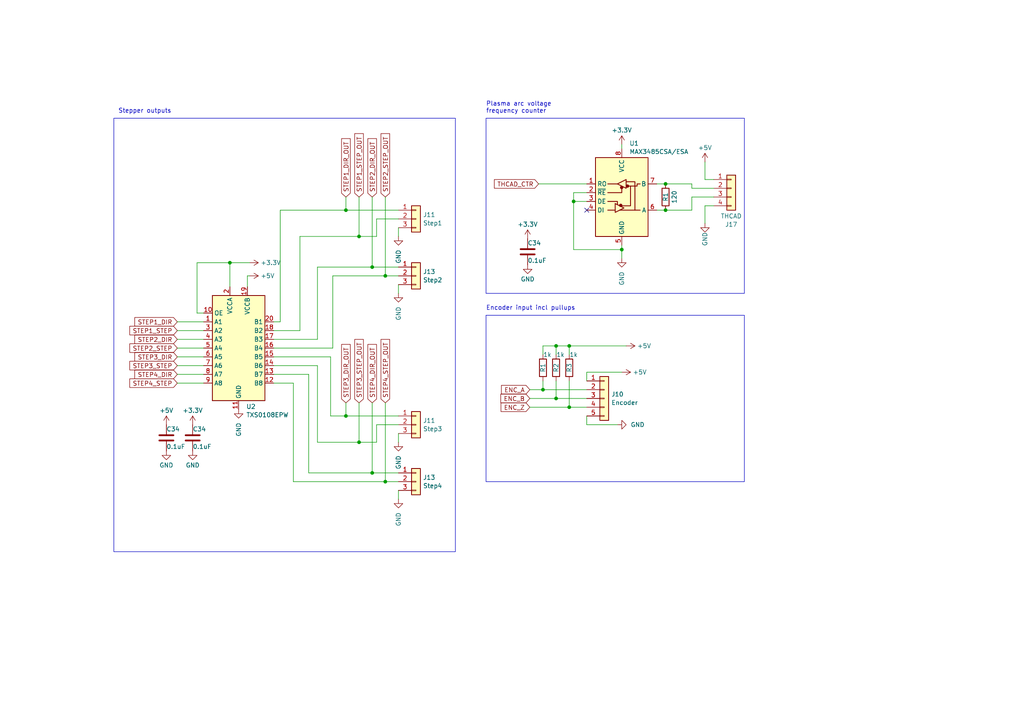
<source format=kicad_sch>
(kicad_sch (version 20230121) (generator eeschema)

  (uuid 39cfbc0c-42ba-4187-8636-700b6ca8f3da)

  (paper "A4")

  (title_block
    (title "MetalMusings EaserCAT 3000")
  )

  (lib_symbols
    (symbol "Connector_Generic:Conn_01x03" (pin_names (offset 1.016) hide) (in_bom yes) (on_board yes)
      (property "Reference" "J" (at 0 5.08 0)
        (effects (font (size 1.27 1.27)))
      )
      (property "Value" "Conn_01x03" (at 0 -5.08 0)
        (effects (font (size 1.27 1.27)))
      )
      (property "Footprint" "" (at 0 0 0)
        (effects (font (size 1.27 1.27)) hide)
      )
      (property "Datasheet" "~" (at 0 0 0)
        (effects (font (size 1.27 1.27)) hide)
      )
      (property "ki_keywords" "connector" (at 0 0 0)
        (effects (font (size 1.27 1.27)) hide)
      )
      (property "ki_description" "Generic connector, single row, 01x03, script generated (kicad-library-utils/schlib/autogen/connector/)" (at 0 0 0)
        (effects (font (size 1.27 1.27)) hide)
      )
      (property "ki_fp_filters" "Connector*:*_1x??_*" (at 0 0 0)
        (effects (font (size 1.27 1.27)) hide)
      )
      (symbol "Conn_01x03_1_1"
        (rectangle (start -1.27 -2.413) (end 0 -2.667)
          (stroke (width 0.1524) (type default))
          (fill (type none))
        )
        (rectangle (start -1.27 0.127) (end 0 -0.127)
          (stroke (width 0.1524) (type default))
          (fill (type none))
        )
        (rectangle (start -1.27 2.667) (end 0 2.413)
          (stroke (width 0.1524) (type default))
          (fill (type none))
        )
        (rectangle (start -1.27 3.81) (end 1.27 -3.81)
          (stroke (width 0.254) (type default))
          (fill (type background))
        )
        (pin passive line (at -5.08 2.54 0) (length 3.81)
          (name "Pin_1" (effects (font (size 1.27 1.27))))
          (number "1" (effects (font (size 1.27 1.27))))
        )
        (pin passive line (at -5.08 0 0) (length 3.81)
          (name "Pin_2" (effects (font (size 1.27 1.27))))
          (number "2" (effects (font (size 1.27 1.27))))
        )
        (pin passive line (at -5.08 -2.54 0) (length 3.81)
          (name "Pin_3" (effects (font (size 1.27 1.27))))
          (number "3" (effects (font (size 1.27 1.27))))
        )
      )
    )
    (symbol "Connector_Generic:Conn_01x04" (pin_names (offset 1.016) hide) (in_bom yes) (on_board yes)
      (property "Reference" "J" (at 0 5.08 0)
        (effects (font (size 1.27 1.27)))
      )
      (property "Value" "Conn_01x04" (at 0 -7.62 0)
        (effects (font (size 1.27 1.27)))
      )
      (property "Footprint" "" (at 0 0 0)
        (effects (font (size 1.27 1.27)) hide)
      )
      (property "Datasheet" "~" (at 0 0 0)
        (effects (font (size 1.27 1.27)) hide)
      )
      (property "ki_keywords" "connector" (at 0 0 0)
        (effects (font (size 1.27 1.27)) hide)
      )
      (property "ki_description" "Generic connector, single row, 01x04, script generated (kicad-library-utils/schlib/autogen/connector/)" (at 0 0 0)
        (effects (font (size 1.27 1.27)) hide)
      )
      (property "ki_fp_filters" "Connector*:*_1x??_*" (at 0 0 0)
        (effects (font (size 1.27 1.27)) hide)
      )
      (symbol "Conn_01x04_1_1"
        (rectangle (start -1.27 -4.953) (end 0 -5.207)
          (stroke (width 0.1524) (type default))
          (fill (type none))
        )
        (rectangle (start -1.27 -2.413) (end 0 -2.667)
          (stroke (width 0.1524) (type default))
          (fill (type none))
        )
        (rectangle (start -1.27 0.127) (end 0 -0.127)
          (stroke (width 0.1524) (type default))
          (fill (type none))
        )
        (rectangle (start -1.27 2.667) (end 0 2.413)
          (stroke (width 0.1524) (type default))
          (fill (type none))
        )
        (rectangle (start -1.27 3.81) (end 1.27 -6.35)
          (stroke (width 0.254) (type default))
          (fill (type background))
        )
        (pin passive line (at -5.08 2.54 0) (length 3.81)
          (name "Pin_1" (effects (font (size 1.27 1.27))))
          (number "1" (effects (font (size 1.27 1.27))))
        )
        (pin passive line (at -5.08 0 0) (length 3.81)
          (name "Pin_2" (effects (font (size 1.27 1.27))))
          (number "2" (effects (font (size 1.27 1.27))))
        )
        (pin passive line (at -5.08 -2.54 0) (length 3.81)
          (name "Pin_3" (effects (font (size 1.27 1.27))))
          (number "3" (effects (font (size 1.27 1.27))))
        )
        (pin passive line (at -5.08 -5.08 0) (length 3.81)
          (name "Pin_4" (effects (font (size 1.27 1.27))))
          (number "4" (effects (font (size 1.27 1.27))))
        )
      )
    )
    (symbol "Connector_Generic:Conn_01x05" (pin_names (offset 1.016) hide) (in_bom yes) (on_board yes)
      (property "Reference" "J" (at 0 7.62 0)
        (effects (font (size 1.27 1.27)))
      )
      (property "Value" "Conn_01x05" (at 0 -7.62 0)
        (effects (font (size 1.27 1.27)))
      )
      (property "Footprint" "" (at 0 0 0)
        (effects (font (size 1.27 1.27)) hide)
      )
      (property "Datasheet" "~" (at 0 0 0)
        (effects (font (size 1.27 1.27)) hide)
      )
      (property "ki_keywords" "connector" (at 0 0 0)
        (effects (font (size 1.27 1.27)) hide)
      )
      (property "ki_description" "Generic connector, single row, 01x05, script generated (kicad-library-utils/schlib/autogen/connector/)" (at 0 0 0)
        (effects (font (size 1.27 1.27)) hide)
      )
      (property "ki_fp_filters" "Connector*:*_1x??_*" (at 0 0 0)
        (effects (font (size 1.27 1.27)) hide)
      )
      (symbol "Conn_01x05_1_1"
        (rectangle (start -1.27 -4.953) (end 0 -5.207)
          (stroke (width 0.1524) (type default))
          (fill (type none))
        )
        (rectangle (start -1.27 -2.413) (end 0 -2.667)
          (stroke (width 0.1524) (type default))
          (fill (type none))
        )
        (rectangle (start -1.27 0.127) (end 0 -0.127)
          (stroke (width 0.1524) (type default))
          (fill (type none))
        )
        (rectangle (start -1.27 2.667) (end 0 2.413)
          (stroke (width 0.1524) (type default))
          (fill (type none))
        )
        (rectangle (start -1.27 5.207) (end 0 4.953)
          (stroke (width 0.1524) (type default))
          (fill (type none))
        )
        (rectangle (start -1.27 6.35) (end 1.27 -6.35)
          (stroke (width 0.254) (type default))
          (fill (type background))
        )
        (pin passive line (at -5.08 5.08 0) (length 3.81)
          (name "Pin_1" (effects (font (size 1.27 1.27))))
          (number "1" (effects (font (size 1.27 1.27))))
        )
        (pin passive line (at -5.08 2.54 0) (length 3.81)
          (name "Pin_2" (effects (font (size 1.27 1.27))))
          (number "2" (effects (font (size 1.27 1.27))))
        )
        (pin passive line (at -5.08 0 0) (length 3.81)
          (name "Pin_3" (effects (font (size 1.27 1.27))))
          (number "3" (effects (font (size 1.27 1.27))))
        )
        (pin passive line (at -5.08 -2.54 0) (length 3.81)
          (name "Pin_4" (effects (font (size 1.27 1.27))))
          (number "4" (effects (font (size 1.27 1.27))))
        )
        (pin passive line (at -5.08 -5.08 0) (length 3.81)
          (name "Pin_5" (effects (font (size 1.27 1.27))))
          (number "5" (effects (font (size 1.27 1.27))))
        )
      )
    )
    (symbol "Device:C" (pin_numbers hide) (pin_names (offset 0.254)) (in_bom yes) (on_board yes)
      (property "Reference" "C" (at 0.635 2.54 0)
        (effects (font (size 1.27 1.27)) (justify left))
      )
      (property "Value" "C" (at 0.635 -2.54 0)
        (effects (font (size 1.27 1.27)) (justify left))
      )
      (property "Footprint" "" (at 0.9652 -3.81 0)
        (effects (font (size 1.27 1.27)) hide)
      )
      (property "Datasheet" "~" (at 0 0 0)
        (effects (font (size 1.27 1.27)) hide)
      )
      (property "ki_keywords" "cap capacitor" (at 0 0 0)
        (effects (font (size 1.27 1.27)) hide)
      )
      (property "ki_description" "Unpolarized capacitor" (at 0 0 0)
        (effects (font (size 1.27 1.27)) hide)
      )
      (property "ki_fp_filters" "C_*" (at 0 0 0)
        (effects (font (size 1.27 1.27)) hide)
      )
      (symbol "C_0_1"
        (polyline
          (pts
            (xy -2.032 -0.762)
            (xy 2.032 -0.762)
          )
          (stroke (width 0.508) (type default))
          (fill (type none))
        )
        (polyline
          (pts
            (xy -2.032 0.762)
            (xy 2.032 0.762)
          )
          (stroke (width 0.508) (type default))
          (fill (type none))
        )
      )
      (symbol "C_1_1"
        (pin passive line (at 0 3.81 270) (length 2.794)
          (name "~" (effects (font (size 1.27 1.27))))
          (number "1" (effects (font (size 1.27 1.27))))
        )
        (pin passive line (at 0 -3.81 90) (length 2.794)
          (name "~" (effects (font (size 1.27 1.27))))
          (number "2" (effects (font (size 1.27 1.27))))
        )
      )
    )
    (symbol "Device:R" (pin_numbers hide) (pin_names (offset 0)) (in_bom yes) (on_board yes)
      (property "Reference" "R" (at 2.032 0 90)
        (effects (font (size 1.27 1.27)))
      )
      (property "Value" "R" (at 0 0 90)
        (effects (font (size 1.27 1.27)))
      )
      (property "Footprint" "" (at -1.778 0 90)
        (effects (font (size 1.27 1.27)) hide)
      )
      (property "Datasheet" "~" (at 0 0 0)
        (effects (font (size 1.27 1.27)) hide)
      )
      (property "ki_keywords" "R res resistor" (at 0 0 0)
        (effects (font (size 1.27 1.27)) hide)
      )
      (property "ki_description" "Resistor" (at 0 0 0)
        (effects (font (size 1.27 1.27)) hide)
      )
      (property "ki_fp_filters" "R_*" (at 0 0 0)
        (effects (font (size 1.27 1.27)) hide)
      )
      (symbol "R_0_1"
        (rectangle (start -1.016 -2.54) (end 1.016 2.54)
          (stroke (width 0.254) (type default))
          (fill (type none))
        )
      )
      (symbol "R_1_1"
        (pin passive line (at 0 3.81 270) (length 1.27)
          (name "~" (effects (font (size 1.27 1.27))))
          (number "1" (effects (font (size 1.27 1.27))))
        )
        (pin passive line (at 0 -3.81 90) (length 1.27)
          (name "~" (effects (font (size 1.27 1.27))))
          (number "2" (effects (font (size 1.27 1.27))))
        )
      )
    )
    (symbol "Interface_UART:MAX3485" (in_bom yes) (on_board yes)
      (property "Reference" "U" (at -6.096 11.43 0)
        (effects (font (size 1.27 1.27)))
      )
      (property "Value" "MAX3485" (at 0.762 11.43 0)
        (effects (font (size 1.27 1.27)) (justify left))
      )
      (property "Footprint" "" (at 0 -17.78 0)
        (effects (font (size 1.27 1.27)) hide)
      )
      (property "Datasheet" "https://datasheets.maximintegrated.com/en/ds/MAX3483-MAX3491.pdf" (at 0 1.27 0)
        (effects (font (size 1.27 1.27)) hide)
      )
      (property "ki_keywords" "RS-485 RS-422 UART line-driver transceiver" (at 0 0 0)
        (effects (font (size 1.27 1.27)) hide)
      )
      (property "ki_description" "True RS-485/RS-422, 10Mbps, Slew-Rate Limited, with low-power shutdown, with receiver/driver enable, 32 receiver drive capacitity, DIP-8 and SOIC-8" (at 0 0 0)
        (effects (font (size 1.27 1.27)) hide)
      )
      (property "ki_fp_filters" "DIP*W7.62mm* SOIC*3.9x4.9mm*P1.27mm*" (at 0 0 0)
        (effects (font (size 1.27 1.27)) hide)
      )
      (symbol "MAX3485_0_1"
        (rectangle (start -7.62 10.16) (end 7.62 -12.7)
          (stroke (width 0.254) (type default))
          (fill (type background))
        )
        (circle (center -0.3048 -3.683) (radius 0.3556)
          (stroke (width 0.254) (type default))
          (fill (type outline))
        )
        (circle (center -0.0254 1.4986) (radius 0.3556)
          (stroke (width 0.254) (type default))
          (fill (type outline))
        )
        (polyline
          (pts
            (xy -4.064 -5.08)
            (xy -1.905 -5.08)
          )
          (stroke (width 0.254) (type default))
          (fill (type none))
        )
        (polyline
          (pts
            (xy -4.064 2.54)
            (xy -1.27 2.54)
          )
          (stroke (width 0.254) (type default))
          (fill (type none))
        )
        (polyline
          (pts
            (xy -1.27 -3.2004)
            (xy -1.27 -3.4544)
          )
          (stroke (width 0.254) (type default))
          (fill (type none))
        )
        (polyline
          (pts
            (xy -0.635 -5.08)
            (xy 5.334 -5.08)
          )
          (stroke (width 0.254) (type default))
          (fill (type none))
        )
        (polyline
          (pts
            (xy -4.064 -2.54)
            (xy -1.27 -2.54)
            (xy -1.27 -3.175)
          )
          (stroke (width 0.254) (type default))
          (fill (type none))
        )
        (polyline
          (pts
            (xy 0 1.27)
            (xy 0 0)
            (xy -4.064 0)
          )
          (stroke (width 0.254) (type default))
          (fill (type none))
        )
        (polyline
          (pts
            (xy 1.27 3.175)
            (xy 3.81 3.175)
            (xy 3.81 -5.08)
          )
          (stroke (width 0.254) (type default))
          (fill (type none))
        )
        (polyline
          (pts
            (xy 2.54 1.905)
            (xy 2.54 -3.81)
            (xy 0 -3.81)
          )
          (stroke (width 0.254) (type default))
          (fill (type none))
        )
        (polyline
          (pts
            (xy -1.905 -3.175)
            (xy -1.905 -5.715)
            (xy 0.635 -4.445)
            (xy -1.905 -3.175)
          )
          (stroke (width 0.254) (type default))
          (fill (type none))
        )
        (polyline
          (pts
            (xy -1.27 2.54)
            (xy 1.27 3.81)
            (xy 1.27 1.27)
            (xy -1.27 2.54)
          )
          (stroke (width 0.254) (type default))
          (fill (type none))
        )
        (polyline
          (pts
            (xy 1.905 1.905)
            (xy 4.445 1.905)
            (xy 4.445 2.54)
            (xy 5.334 2.54)
          )
          (stroke (width 0.254) (type default))
          (fill (type none))
        )
        (rectangle (start 1.27 3.175) (end 1.27 3.175)
          (stroke (width 0) (type default))
          (fill (type none))
        )
        (circle (center 1.651 1.905) (radius 0.3556)
          (stroke (width 0.254) (type default))
          (fill (type outline))
        )
      )
      (symbol "MAX3485_1_1"
        (pin output line (at -10.16 2.54 0) (length 2.54)
          (name "RO" (effects (font (size 1.27 1.27))))
          (number "1" (effects (font (size 1.27 1.27))))
        )
        (pin input line (at -10.16 0 0) (length 2.54)
          (name "~{RE}" (effects (font (size 1.27 1.27))))
          (number "2" (effects (font (size 1.27 1.27))))
        )
        (pin input line (at -10.16 -2.54 0) (length 2.54)
          (name "DE" (effects (font (size 1.27 1.27))))
          (number "3" (effects (font (size 1.27 1.27))))
        )
        (pin input line (at -10.16 -5.08 0) (length 2.54)
          (name "DI" (effects (font (size 1.27 1.27))))
          (number "4" (effects (font (size 1.27 1.27))))
        )
        (pin power_in line (at 0 -15.24 90) (length 2.54)
          (name "GND" (effects (font (size 1.27 1.27))))
          (number "5" (effects (font (size 1.27 1.27))))
        )
        (pin bidirectional line (at 10.16 -5.08 180) (length 2.54)
          (name "A" (effects (font (size 1.27 1.27))))
          (number "6" (effects (font (size 1.27 1.27))))
        )
        (pin bidirectional line (at 10.16 2.54 180) (length 2.54)
          (name "B" (effects (font (size 1.27 1.27))))
          (number "7" (effects (font (size 1.27 1.27))))
        )
        (pin power_in line (at 0 12.7 270) (length 2.54)
          (name "VCC" (effects (font (size 1.27 1.27))))
          (number "8" (effects (font (size 1.27 1.27))))
        )
      )
    )
    (symbol "Logic_LevelTranslator:TXS0108EPW" (in_bom yes) (on_board yes)
      (property "Reference" "U" (at -6.35 16.51 0)
        (effects (font (size 1.27 1.27)))
      )
      (property "Value" "TXS0108EPW" (at 3.81 16.51 0)
        (effects (font (size 1.27 1.27)) (justify left))
      )
      (property "Footprint" "Package_SO:TSSOP-20_4.4x6.5mm_P0.65mm" (at 0 -19.05 0)
        (effects (font (size 1.27 1.27)) hide)
      )
      (property "Datasheet" "www.ti.com/lit/ds/symlink/txs0108e.pdf" (at 0 -2.54 0)
        (effects (font (size 1.27 1.27)) hide)
      )
      (property "ki_keywords" "8-bit" (at 0 0 0)
        (effects (font (size 1.27 1.27)) hide)
      )
      (property "ki_description" "Bidirectional  level-shifting voltage translator, TSSOP-20" (at 0 0 0)
        (effects (font (size 1.27 1.27)) hide)
      )
      (property "ki_fp_filters" "*SSOP*4.4x6.5mm*P0.65mm*" (at 0 0 0)
        (effects (font (size 1.27 1.27)) hide)
      )
      (symbol "TXS0108EPW_0_1"
        (rectangle (start -7.62 15.24) (end 7.62 -15.24)
          (stroke (width 0.254) (type default))
          (fill (type background))
        )
      )
      (symbol "TXS0108EPW_1_1"
        (pin bidirectional line (at -10.16 7.62 0) (length 2.54)
          (name "A1" (effects (font (size 1.27 1.27))))
          (number "1" (effects (font (size 1.27 1.27))))
        )
        (pin input line (at -10.16 10.16 0) (length 2.54)
          (name "OE" (effects (font (size 1.27 1.27))))
          (number "10" (effects (font (size 1.27 1.27))))
        )
        (pin power_in line (at 0 -17.78 90) (length 2.54)
          (name "GND" (effects (font (size 1.27 1.27))))
          (number "11" (effects (font (size 1.27 1.27))))
        )
        (pin bidirectional line (at 10.16 -10.16 180) (length 2.54)
          (name "B8" (effects (font (size 1.27 1.27))))
          (number "12" (effects (font (size 1.27 1.27))))
        )
        (pin bidirectional line (at 10.16 -7.62 180) (length 2.54)
          (name "B7" (effects (font (size 1.27 1.27))))
          (number "13" (effects (font (size 1.27 1.27))))
        )
        (pin bidirectional line (at 10.16 -5.08 180) (length 2.54)
          (name "B6" (effects (font (size 1.27 1.27))))
          (number "14" (effects (font (size 1.27 1.27))))
        )
        (pin bidirectional line (at 10.16 -2.54 180) (length 2.54)
          (name "B5" (effects (font (size 1.27 1.27))))
          (number "15" (effects (font (size 1.27 1.27))))
        )
        (pin bidirectional line (at 10.16 0 180) (length 2.54)
          (name "B4" (effects (font (size 1.27 1.27))))
          (number "16" (effects (font (size 1.27 1.27))))
        )
        (pin bidirectional line (at 10.16 2.54 180) (length 2.54)
          (name "B3" (effects (font (size 1.27 1.27))))
          (number "17" (effects (font (size 1.27 1.27))))
        )
        (pin bidirectional line (at 10.16 5.08 180) (length 2.54)
          (name "B2" (effects (font (size 1.27 1.27))))
          (number "18" (effects (font (size 1.27 1.27))))
        )
        (pin power_in line (at 2.54 17.78 270) (length 2.54)
          (name "VCCB" (effects (font (size 1.27 1.27))))
          (number "19" (effects (font (size 1.27 1.27))))
        )
        (pin power_in line (at -2.54 17.78 270) (length 2.54)
          (name "VCCA" (effects (font (size 1.27 1.27))))
          (number "2" (effects (font (size 1.27 1.27))))
        )
        (pin bidirectional line (at 10.16 7.62 180) (length 2.54)
          (name "B1" (effects (font (size 1.27 1.27))))
          (number "20" (effects (font (size 1.27 1.27))))
        )
        (pin bidirectional line (at -10.16 5.08 0) (length 2.54)
          (name "A2" (effects (font (size 1.27 1.27))))
          (number "3" (effects (font (size 1.27 1.27))))
        )
        (pin bidirectional line (at -10.16 2.54 0) (length 2.54)
          (name "A3" (effects (font (size 1.27 1.27))))
          (number "4" (effects (font (size 1.27 1.27))))
        )
        (pin bidirectional line (at -10.16 0 0) (length 2.54)
          (name "A4" (effects (font (size 1.27 1.27))))
          (number "5" (effects (font (size 1.27 1.27))))
        )
        (pin bidirectional line (at -10.16 -2.54 0) (length 2.54)
          (name "A5" (effects (font (size 1.27 1.27))))
          (number "6" (effects (font (size 1.27 1.27))))
        )
        (pin bidirectional line (at -10.16 -5.08 0) (length 2.54)
          (name "A6" (effects (font (size 1.27 1.27))))
          (number "7" (effects (font (size 1.27 1.27))))
        )
        (pin bidirectional line (at -10.16 -7.62 0) (length 2.54)
          (name "A7" (effects (font (size 1.27 1.27))))
          (number "8" (effects (font (size 1.27 1.27))))
        )
        (pin bidirectional line (at -10.16 -10.16 0) (length 2.54)
          (name "A8" (effects (font (size 1.27 1.27))))
          (number "9" (effects (font (size 1.27 1.27))))
        )
      )
    )
    (symbol "power:+3.3V" (power) (pin_names (offset 0)) (in_bom yes) (on_board yes)
      (property "Reference" "#PWR" (at 0 -3.81 0)
        (effects (font (size 1.27 1.27)) hide)
      )
      (property "Value" "+3.3V" (at 0 3.556 0)
        (effects (font (size 1.27 1.27)))
      )
      (property "Footprint" "" (at 0 0 0)
        (effects (font (size 1.27 1.27)) hide)
      )
      (property "Datasheet" "" (at 0 0 0)
        (effects (font (size 1.27 1.27)) hide)
      )
      (property "ki_keywords" "global power" (at 0 0 0)
        (effects (font (size 1.27 1.27)) hide)
      )
      (property "ki_description" "Power symbol creates a global label with name \"+3.3V\"" (at 0 0 0)
        (effects (font (size 1.27 1.27)) hide)
      )
      (symbol "+3.3V_0_1"
        (polyline
          (pts
            (xy -0.762 1.27)
            (xy 0 2.54)
          )
          (stroke (width 0) (type default))
          (fill (type none))
        )
        (polyline
          (pts
            (xy 0 0)
            (xy 0 2.54)
          )
          (stroke (width 0) (type default))
          (fill (type none))
        )
        (polyline
          (pts
            (xy 0 2.54)
            (xy 0.762 1.27)
          )
          (stroke (width 0) (type default))
          (fill (type none))
        )
      )
      (symbol "+3.3V_1_1"
        (pin power_in line (at 0 0 90) (length 0) hide
          (name "+3.3V" (effects (font (size 1.27 1.27))))
          (number "1" (effects (font (size 1.27 1.27))))
        )
      )
    )
    (symbol "power:+5V" (power) (pin_names (offset 0)) (in_bom yes) (on_board yes)
      (property "Reference" "#PWR" (at 0 -3.81 0)
        (effects (font (size 1.27 1.27)) hide)
      )
      (property "Value" "+5V" (at 0 3.556 0)
        (effects (font (size 1.27 1.27)))
      )
      (property "Footprint" "" (at 0 0 0)
        (effects (font (size 1.27 1.27)) hide)
      )
      (property "Datasheet" "" (at 0 0 0)
        (effects (font (size 1.27 1.27)) hide)
      )
      (property "ki_keywords" "global power" (at 0 0 0)
        (effects (font (size 1.27 1.27)) hide)
      )
      (property "ki_description" "Power symbol creates a global label with name \"+5V\"" (at 0 0 0)
        (effects (font (size 1.27 1.27)) hide)
      )
      (symbol "+5V_0_1"
        (polyline
          (pts
            (xy -0.762 1.27)
            (xy 0 2.54)
          )
          (stroke (width 0) (type default))
          (fill (type none))
        )
        (polyline
          (pts
            (xy 0 0)
            (xy 0 2.54)
          )
          (stroke (width 0) (type default))
          (fill (type none))
        )
        (polyline
          (pts
            (xy 0 2.54)
            (xy 0.762 1.27)
          )
          (stroke (width 0) (type default))
          (fill (type none))
        )
      )
      (symbol "+5V_1_1"
        (pin power_in line (at 0 0 90) (length 0) hide
          (name "+5V" (effects (font (size 1.27 1.27))))
          (number "1" (effects (font (size 1.27 1.27))))
        )
      )
    )
    (symbol "power:GND" (power) (pin_names (offset 0)) (in_bom yes) (on_board yes)
      (property "Reference" "#PWR" (at 0 -6.35 0)
        (effects (font (size 1.27 1.27)) hide)
      )
      (property "Value" "GND" (at 0 -3.81 0)
        (effects (font (size 1.27 1.27)))
      )
      (property "Footprint" "" (at 0 0 0)
        (effects (font (size 1.27 1.27)) hide)
      )
      (property "Datasheet" "" (at 0 0 0)
        (effects (font (size 1.27 1.27)) hide)
      )
      (property "ki_keywords" "global power" (at 0 0 0)
        (effects (font (size 1.27 1.27)) hide)
      )
      (property "ki_description" "Power symbol creates a global label with name \"GND\" , ground" (at 0 0 0)
        (effects (font (size 1.27 1.27)) hide)
      )
      (symbol "GND_0_1"
        (polyline
          (pts
            (xy 0 0)
            (xy 0 -1.27)
            (xy 1.27 -1.27)
            (xy 0 -2.54)
            (xy -1.27 -1.27)
            (xy 0 -1.27)
          )
          (stroke (width 0) (type default))
          (fill (type none))
        )
      )
      (symbol "GND_1_1"
        (pin power_in line (at 0 0 270) (length 0) hide
          (name "GND" (effects (font (size 1.27 1.27))))
          (number "1" (effects (font (size 1.27 1.27))))
        )
      )
    )
  )

  (junction (at 66.675 76.2) (diameter 0) (color 0 0 0 0)
    (uuid 0c48657e-d589-4fbf-ac7b-9cecbb72a4d0)
  )
  (junction (at 111.76 139.7) (diameter 0) (color 0 0 0 0)
    (uuid 0e721998-893c-4dce-965f-728192032f75)
  )
  (junction (at 104.14 68.58) (diameter 0) (color 0 0 0 0)
    (uuid 175c63d4-eeb0-4dca-a399-e2909f2081b9)
  )
  (junction (at 100.33 120.65) (diameter 0) (color 0 0 0 0)
    (uuid 21afe228-40b2-494b-9004-a13a672b2f98)
  )
  (junction (at 180.34 72.39) (diameter 0) (color 0 0 0 0)
    (uuid 37ed323d-92c7-4614-8bc4-d7359e3692c9)
  )
  (junction (at 104.14 128.27) (diameter 0) (color 0 0 0 0)
    (uuid 401ac5f6-d618-4302-9110-b0d82ed6a3e8)
  )
  (junction (at 111.76 80.01) (diameter 0) (color 0 0 0 0)
    (uuid 68069d8b-22c7-4378-8ad3-0fb4cb13f855)
  )
  (junction (at 165.1 100.33) (diameter 0) (color 0 0 0 0)
    (uuid 683d9ab9-e1cb-47bd-9d28-2fb2e97c4118)
  )
  (junction (at 161.29 115.57) (diameter 0) (color 0 0 0 0)
    (uuid 6e1ace0d-16b0-40e5-8264-e1c3817e4e6d)
  )
  (junction (at 193.04 60.96) (diameter 0) (color 0 0 0 0)
    (uuid 76685157-e1d7-4504-815b-8e1e0347929f)
  )
  (junction (at 165.1 118.11) (diameter 0) (color 0 0 0 0)
    (uuid 84b2ca66-6f83-47cf-a342-96a42b1f0948)
  )
  (junction (at 166.37 58.42) (diameter 0) (color 0 0 0 0)
    (uuid 9750e5b1-6a68-43b1-b199-b68a8f0a5bc1)
  )
  (junction (at 161.29 100.33) (diameter 0) (color 0 0 0 0)
    (uuid a719d543-3cd0-4160-a022-0882e04d1c7e)
  )
  (junction (at 107.95 137.16) (diameter 0) (color 0 0 0 0)
    (uuid aa87c021-6bfc-4344-8102-e1b7d058ac5d)
  )
  (junction (at 193.04 53.34) (diameter 0) (color 0 0 0 0)
    (uuid af0394df-e48d-457c-884f-ffd856979ade)
  )
  (junction (at 107.95 77.47) (diameter 0) (color 0 0 0 0)
    (uuid cdaa2af4-6596-4df0-b7b9-21b0136e042f)
  )
  (junction (at 157.48 113.03) (diameter 0) (color 0 0 0 0)
    (uuid ea972e4e-c0af-4e8d-a77c-c97c2f13d033)
  )
  (junction (at 100.33 60.96) (diameter 0) (color 0 0 0 0)
    (uuid feb8b4fd-6ed1-41d6-b09e-7fe343575411)
  )

  (no_connect (at 170.18 60.96) (uuid b55a0831-1f80-4e60-afe5-fbeb09b31fb3))

  (wire (pts (xy 86.995 95.885) (xy 86.995 68.58))
    (stroke (width 0) (type default))
    (uuid 037a3031-15c0-407f-a27c-3ce9ea0e44c8)
  )
  (wire (pts (xy 109.22 128.27) (xy 109.22 123.19))
    (stroke (width 0) (type default))
    (uuid 043d3d54-e00a-4fe3-817d-ee88809e8647)
  )
  (wire (pts (xy 51.435 95.885) (xy 59.055 95.885))
    (stroke (width 0) (type default))
    (uuid 0483916f-ad06-494e-abf3-32c2b3012143)
  )
  (wire (pts (xy 170.18 123.19) (xy 170.18 120.65))
    (stroke (width 0) (type default))
    (uuid 07465d76-73cb-47cf-85b0-a212eeb4c245)
  )
  (wire (pts (xy 51.435 103.505) (xy 59.055 103.505))
    (stroke (width 0) (type default))
    (uuid 0762e0f7-d485-4359-81af-952410a01e73)
  )
  (wire (pts (xy 111.76 116.84) (xy 111.76 139.7))
    (stroke (width 0) (type default))
    (uuid 078ce940-0e71-4c96-87a0-fbeb4d632f86)
  )
  (wire (pts (xy 115.57 82.55) (xy 115.57 85.09))
    (stroke (width 0) (type default))
    (uuid 08028f6c-a86e-4b63-9431-eeac0576cf6e)
  )
  (wire (pts (xy 200.66 57.15) (xy 207.01 57.15))
    (stroke (width 0) (type default))
    (uuid 08fed954-f2cf-45a8-93c5-52d04333503a)
  )
  (wire (pts (xy 79.375 111.125) (xy 85.09 111.125))
    (stroke (width 0) (type default))
    (uuid 0a7260cb-91d6-4d57-a800-00b8319ce1b9)
  )
  (wire (pts (xy 85.09 139.7) (xy 111.76 139.7))
    (stroke (width 0) (type default))
    (uuid 0c65370c-3f9e-4f75-957a-4e592f662f1e)
  )
  (wire (pts (xy 161.29 100.33) (xy 165.1 100.33))
    (stroke (width 0) (type default))
    (uuid 0e8887a4-427f-4e39-bddc-e08029e86fc7)
  )
  (wire (pts (xy 86.995 68.58) (xy 104.14 68.58))
    (stroke (width 0) (type default))
    (uuid 0ec6f497-7d4b-4e30-9f22-e0bce97f22d9)
  )
  (wire (pts (xy 200.66 53.34) (xy 200.66 54.61))
    (stroke (width 0) (type default))
    (uuid 1087bd07-2fbc-4edf-86ca-c7387ed4763a)
  )
  (wire (pts (xy 200.66 57.15) (xy 200.66 60.96))
    (stroke (width 0) (type default))
    (uuid 1165c426-1c99-4aea-8b41-082f9356dd3d)
  )
  (wire (pts (xy 161.29 110.49) (xy 161.29 115.57))
    (stroke (width 0) (type default))
    (uuid 14f4e99a-f84b-4589-ac22-66b0b2ca9c99)
  )
  (wire (pts (xy 51.435 98.425) (xy 59.055 98.425))
    (stroke (width 0) (type default))
    (uuid 1595daf5-fa76-4a02-9419-416091d5decd)
  )
  (wire (pts (xy 107.95 116.84) (xy 107.95 137.16))
    (stroke (width 0) (type default))
    (uuid 173e5b1a-3adc-4184-b830-1250007e23a2)
  )
  (wire (pts (xy 157.48 110.49) (xy 157.48 113.03))
    (stroke (width 0) (type default))
    (uuid 1765b6ab-a3d1-422e-a173-3e2c01e5e4e5)
  )
  (wire (pts (xy 204.47 52.07) (xy 204.47 46.99))
    (stroke (width 0) (type default))
    (uuid 1766a9df-42c2-4472-a2ce-456756595d25)
  )
  (wire (pts (xy 180.34 72.39) (xy 180.34 74.93))
    (stroke (width 0) (type default))
    (uuid 29765ee6-86bc-4065-8694-08441f6c1b80)
  )
  (wire (pts (xy 100.33 120.65) (xy 115.57 120.65))
    (stroke (width 0) (type default))
    (uuid 2c067d49-36a7-44f4-9e39-140f4adc3464)
  )
  (wire (pts (xy 92.075 77.47) (xy 107.95 77.47))
    (stroke (width 0) (type default))
    (uuid 2e2fb15d-f58d-48c7-a596-2a18a5d30cf7)
  )
  (wire (pts (xy 79.375 108.585) (xy 89.535 108.585))
    (stroke (width 0) (type default))
    (uuid 2f4f001d-e182-415d-890e-3f274fad289d)
  )
  (wire (pts (xy 161.29 115.57) (xy 153.67 115.57))
    (stroke (width 0) (type default))
    (uuid 346a236b-d427-4af1-86b5-0caac3e862f5)
  )
  (wire (pts (xy 104.14 116.84) (xy 104.14 128.27))
    (stroke (width 0) (type default))
    (uuid 37828781-0af7-4b77-b426-1696be3d4736)
  )
  (wire (pts (xy 165.1 100.33) (xy 165.1 102.87))
    (stroke (width 0) (type default))
    (uuid 3891e985-b769-492a-b151-43bf81c93efa)
  )
  (wire (pts (xy 100.33 116.84) (xy 100.33 120.65))
    (stroke (width 0) (type default))
    (uuid 3955a344-e1ff-404a-acab-0570e07bb0a1)
  )
  (wire (pts (xy 156.21 53.34) (xy 170.18 53.34))
    (stroke (width 0) (type default))
    (uuid 3c67e0ed-3207-4832-b775-34aded55f1a5)
  )
  (wire (pts (xy 79.375 106.045) (xy 92.075 106.045))
    (stroke (width 0) (type default))
    (uuid 3cbfb8d5-5e5b-4c2a-9a17-fe2bc39eca0b)
  )
  (wire (pts (xy 51.435 106.045) (xy 59.055 106.045))
    (stroke (width 0) (type default))
    (uuid 3fe8ea25-31b0-4d2f-b0f8-c5658374df47)
  )
  (wire (pts (xy 200.66 54.61) (xy 207.01 54.61))
    (stroke (width 0) (type default))
    (uuid 4a1ac9f3-57c5-4ec7-a1ae-7494a6d3b5d6)
  )
  (wire (pts (xy 92.075 98.425) (xy 92.075 77.47))
    (stroke (width 0) (type default))
    (uuid 56920232-2c73-4590-a531-638f8ffc3616)
  )
  (wire (pts (xy 165.1 100.33) (xy 181.61 100.33))
    (stroke (width 0) (type default))
    (uuid 5748ac3c-aa40-4338-91cb-09e7f27e32b9)
  )
  (wire (pts (xy 85.09 139.7) (xy 85.09 111.125))
    (stroke (width 0) (type default))
    (uuid 5c26bcbe-1ad5-4856-9037-323960db955f)
  )
  (wire (pts (xy 66.675 76.2) (xy 72.39 76.2))
    (stroke (width 0) (type default))
    (uuid 5fd24010-5817-4ded-af94-dda2f4a3b47f)
  )
  (wire (pts (xy 71.755 80.01) (xy 72.39 80.01))
    (stroke (width 0) (type default))
    (uuid 62771908-9bf1-4ccb-ae2c-d4402763b9d7)
  )
  (wire (pts (xy 51.435 93.345) (xy 59.055 93.345))
    (stroke (width 0) (type default))
    (uuid 6521e90b-7839-4f18-8fe1-973415662e99)
  )
  (wire (pts (xy 180.34 72.39) (xy 180.34 71.12))
    (stroke (width 0) (type default))
    (uuid 65e2f924-2e9e-4842-b52b-687fcb487481)
  )
  (wire (pts (xy 96.52 100.965) (xy 96.52 80.01))
    (stroke (width 0) (type default))
    (uuid 65fd5d81-d3d4-4143-9ef6-1b38a287d845)
  )
  (wire (pts (xy 115.57 66.04) (xy 115.57 68.58))
    (stroke (width 0) (type default))
    (uuid 667a2758-9545-4543-a319-7f7c2376f1a9)
  )
  (wire (pts (xy 190.5 53.34) (xy 193.04 53.34))
    (stroke (width 0) (type default))
    (uuid 67537ad1-4e2f-4a32-9765-7ba4875fd098)
  )
  (wire (pts (xy 180.34 107.95) (xy 170.18 107.95))
    (stroke (width 0) (type default))
    (uuid 68ae044d-f4b4-461e-a4d4-8aded6fca61e)
  )
  (wire (pts (xy 79.375 103.505) (xy 95.885 103.505))
    (stroke (width 0) (type default))
    (uuid 6b7151ef-2a31-4b1f-bfa3-e10bdb55c049)
  )
  (wire (pts (xy 51.435 111.125) (xy 59.055 111.125))
    (stroke (width 0) (type default))
    (uuid 6edf1c74-7683-4ed2-947a-8174179d9419)
  )
  (wire (pts (xy 166.37 72.39) (xy 180.34 72.39))
    (stroke (width 0) (type default))
    (uuid 701d7392-eb00-49e3-a9b4-2f6cfa660a9f)
  )
  (wire (pts (xy 95.885 103.505) (xy 95.885 120.65))
    (stroke (width 0) (type default))
    (uuid 7133762e-5203-409e-942c-5a107fbbac87)
  )
  (wire (pts (xy 92.075 106.045) (xy 92.075 128.27))
    (stroke (width 0) (type default))
    (uuid 71b0795e-c9b6-4a7f-9ed1-f85f53bb75ee)
  )
  (wire (pts (xy 57.15 76.2) (xy 66.675 76.2))
    (stroke (width 0) (type default))
    (uuid 71cf7d70-7c8c-47b4-927b-e9b67e69a973)
  )
  (wire (pts (xy 161.29 100.33) (xy 161.29 102.87))
    (stroke (width 0) (type default))
    (uuid 7240d9a2-cd01-449e-a8d4-b8312f71888b)
  )
  (wire (pts (xy 57.15 90.805) (xy 57.15 76.2))
    (stroke (width 0) (type default))
    (uuid 724353be-63b3-4a35-8252-aaf54c72c452)
  )
  (wire (pts (xy 109.22 63.5) (xy 115.57 63.5))
    (stroke (width 0) (type default))
    (uuid 741bbac1-e4f6-4a7a-981d-f94e05c7f95a)
  )
  (wire (pts (xy 170.18 107.95) (xy 170.18 110.49))
    (stroke (width 0) (type default))
    (uuid 7487b653-b62e-4c0e-a468-027f8168bddd)
  )
  (wire (pts (xy 111.76 80.01) (xy 115.57 80.01))
    (stroke (width 0) (type default))
    (uuid 75fffc53-e75e-4137-a154-881ba0891d90)
  )
  (wire (pts (xy 166.37 55.88) (xy 170.18 55.88))
    (stroke (width 0) (type default))
    (uuid 77cf8b9e-f61b-43bd-966b-ccf86cac9fe0)
  )
  (wire (pts (xy 81.28 93.345) (xy 81.28 60.96))
    (stroke (width 0) (type default))
    (uuid 798f28cd-e3f0-4125-b1de-b1dd84e3adb8)
  )
  (wire (pts (xy 193.04 60.96) (xy 200.66 60.96))
    (stroke (width 0) (type default))
    (uuid 79ce384e-42f7-4583-b45c-c95ccbf35a3b)
  )
  (wire (pts (xy 100.33 60.96) (xy 115.57 60.96))
    (stroke (width 0) (type default))
    (uuid 7ac8c7c5-2472-4724-ada8-cb09f306e062)
  )
  (wire (pts (xy 157.48 100.33) (xy 161.29 100.33))
    (stroke (width 0) (type default))
    (uuid 82e19398-256d-4a5d-95f6-8d89bb99d114)
  )
  (wire (pts (xy 95.885 120.65) (xy 100.33 120.65))
    (stroke (width 0) (type default))
    (uuid 85607c3d-6555-469b-92c8-5628252f2e02)
  )
  (wire (pts (xy 111.76 139.7) (xy 115.57 139.7))
    (stroke (width 0) (type default))
    (uuid 8624041c-8ded-4587-898c-3c4258093edc)
  )
  (wire (pts (xy 165.1 110.49) (xy 165.1 118.11))
    (stroke (width 0) (type default))
    (uuid 874630da-7c87-493c-8c1f-33ae31cec068)
  )
  (wire (pts (xy 92.075 128.27) (xy 104.14 128.27))
    (stroke (width 0) (type default))
    (uuid 8c11a82e-eba8-45f4-9886-3cc37bf661f5)
  )
  (wire (pts (xy 193.04 53.34) (xy 200.66 53.34))
    (stroke (width 0) (type default))
    (uuid 91882306-e347-4452-8954-3a8d5ff67410)
  )
  (wire (pts (xy 59.055 90.805) (xy 57.15 90.805))
    (stroke (width 0) (type default))
    (uuid 92a12963-9327-4c95-a0b2-50cbf8c7622c)
  )
  (wire (pts (xy 79.375 100.965) (xy 96.52 100.965))
    (stroke (width 0) (type default))
    (uuid 97b6e089-4f09-43a0-b5dd-0128206dd3ac)
  )
  (wire (pts (xy 115.57 77.47) (xy 107.95 77.47))
    (stroke (width 0) (type default))
    (uuid 98aa396d-380f-4ccb-9efc-2c7b82e05b9c)
  )
  (wire (pts (xy 190.5 60.96) (xy 193.04 60.96))
    (stroke (width 0) (type default))
    (uuid 9b895c16-54a7-428f-9102-5c2b51260af6)
  )
  (wire (pts (xy 165.1 118.11) (xy 153.67 118.11))
    (stroke (width 0) (type default))
    (uuid 9ce04e83-12fb-4e42-b9aa-23fb51d4d678)
  )
  (wire (pts (xy 179.07 123.19) (xy 170.18 123.19))
    (stroke (width 0) (type default))
    (uuid 9d78bb40-c999-4193-af4c-de9f9b1e9071)
  )
  (wire (pts (xy 89.535 137.16) (xy 107.95 137.16))
    (stroke (width 0) (type default))
    (uuid 9ff5c325-911f-4141-9696-93846ca8a4aa)
  )
  (wire (pts (xy 104.14 128.27) (xy 109.22 128.27))
    (stroke (width 0) (type default))
    (uuid a23a6a76-5e3c-4e97-8f8c-a958314a95bb)
  )
  (wire (pts (xy 51.435 100.965) (xy 59.055 100.965))
    (stroke (width 0) (type default))
    (uuid a64869e2-b137-4477-8caf-f9231b53a260)
  )
  (wire (pts (xy 161.29 115.57) (xy 170.18 115.57))
    (stroke (width 0) (type default))
    (uuid a8a1cdd0-f2df-4bed-9467-60e1f2ae75a6)
  )
  (wire (pts (xy 204.47 64.77) (xy 204.47 59.69))
    (stroke (width 0) (type default))
    (uuid a9ef2fcc-9885-4d63-b30b-ef13114d7eb4)
  )
  (wire (pts (xy 71.755 83.185) (xy 71.755 80.01))
    (stroke (width 0) (type default))
    (uuid ab8536fe-c8a9-490e-a12e-61cb392885bb)
  )
  (wire (pts (xy 107.95 57.15) (xy 107.95 77.47))
    (stroke (width 0) (type default))
    (uuid ab93f39d-436f-49c8-b87c-c5f7f0b52f28)
  )
  (wire (pts (xy 157.48 113.03) (xy 153.67 113.03))
    (stroke (width 0) (type default))
    (uuid adba600e-d6ce-46b2-b8e6-83557370e0c7)
  )
  (wire (pts (xy 79.375 93.345) (xy 81.28 93.345))
    (stroke (width 0) (type default))
    (uuid aeb34936-dd40-45a8-adb6-45c356d72946)
  )
  (wire (pts (xy 104.14 68.58) (xy 109.22 68.58))
    (stroke (width 0) (type default))
    (uuid b258a07a-5a63-4ad6-9b50-b19485c6dd2e)
  )
  (wire (pts (xy 79.375 95.885) (xy 86.995 95.885))
    (stroke (width 0) (type default))
    (uuid b331a1bf-1215-4e1f-bc31-b5f9e9494612)
  )
  (wire (pts (xy 115.57 142.24) (xy 115.57 144.78))
    (stroke (width 0) (type default))
    (uuid b41398e8-bcef-4627-aa66-983167b430bc)
  )
  (wire (pts (xy 96.52 80.01) (xy 111.76 80.01))
    (stroke (width 0) (type default))
    (uuid b536a6ce-f23d-4735-8e45-f90b23941ea8)
  )
  (wire (pts (xy 204.47 59.69) (xy 207.01 59.69))
    (stroke (width 0) (type default))
    (uuid bcee68c5-5f45-444c-bd36-eca24724e69b)
  )
  (wire (pts (xy 170.18 58.42) (xy 166.37 58.42))
    (stroke (width 0) (type default))
    (uuid c4414625-f8ab-4fe9-9547-0ac0a19b7ee2)
  )
  (wire (pts (xy 157.48 113.03) (xy 170.18 113.03))
    (stroke (width 0) (type default))
    (uuid c6ed94ae-56fc-4cb8-99e7-60caac5ae8b6)
  )
  (wire (pts (xy 180.34 41.91) (xy 180.34 43.18))
    (stroke (width 0) (type default))
    (uuid c7a809a0-2c2e-4ba3-b292-083547343fab)
  )
  (wire (pts (xy 204.47 52.07) (xy 207.01 52.07))
    (stroke (width 0) (type default))
    (uuid cd86e9fe-9b47-4ca6-a7f9-8fe649532a8a)
  )
  (wire (pts (xy 81.28 60.96) (xy 100.33 60.96))
    (stroke (width 0) (type default))
    (uuid cdc49aea-2841-43ba-8e7a-08e51e652192)
  )
  (wire (pts (xy 111.76 57.15) (xy 111.76 80.01))
    (stroke (width 0) (type default))
    (uuid cdfb1119-918d-444f-b066-8594b11632ef)
  )
  (wire (pts (xy 166.37 58.42) (xy 166.37 55.88))
    (stroke (width 0) (type default))
    (uuid dba83adf-b5b3-4e96-b1cb-a712fed941c7)
  )
  (wire (pts (xy 66.675 76.2) (xy 66.675 83.185))
    (stroke (width 0) (type default))
    (uuid dc1990a3-0fbc-4ee7-a8ac-b8af31ad550b)
  )
  (wire (pts (xy 100.33 57.15) (xy 100.33 60.96))
    (stroke (width 0) (type default))
    (uuid e2ed06ce-42ad-4d15-9a40-4e8aa672d2ee)
  )
  (wire (pts (xy 166.37 58.42) (xy 166.37 72.39))
    (stroke (width 0) (type default))
    (uuid e4a8126a-f78d-4164-a25f-a40b85ea86f1)
  )
  (wire (pts (xy 115.57 125.73) (xy 115.57 128.27))
    (stroke (width 0) (type default))
    (uuid e5328e0a-631b-49c5-9ae5-25f3b987eadb)
  )
  (wire (pts (xy 51.435 108.585) (xy 59.055 108.585))
    (stroke (width 0) (type default))
    (uuid e6396607-07b0-4164-8e07-ba7445b5946e)
  )
  (wire (pts (xy 104.14 57.15) (xy 104.14 68.58))
    (stroke (width 0) (type default))
    (uuid e64ace11-450d-42c5-8299-161116e22719)
  )
  (wire (pts (xy 170.18 118.11) (xy 165.1 118.11))
    (stroke (width 0) (type default))
    (uuid e863041d-0244-4011-b022-ad7529d08168)
  )
  (wire (pts (xy 109.22 68.58) (xy 109.22 63.5))
    (stroke (width 0) (type default))
    (uuid eb07b2a7-a442-4f67-858f-2b4b053388be)
  )
  (wire (pts (xy 79.375 98.425) (xy 92.075 98.425))
    (stroke (width 0) (type default))
    (uuid ed23b341-a7fe-487e-991e-058c4249b889)
  )
  (wire (pts (xy 115.57 137.16) (xy 107.95 137.16))
    (stroke (width 0) (type default))
    (uuid ee2ff283-4edb-4673-a116-06b07e6c35e9)
  )
  (wire (pts (xy 109.22 123.19) (xy 115.57 123.19))
    (stroke (width 0) (type default))
    (uuid eed79582-b396-4bb8-9656-2ffbb9a92860)
  )
  (wire (pts (xy 89.535 108.585) (xy 89.535 137.16))
    (stroke (width 0) (type default))
    (uuid f61aa958-0571-4d45-b31d-f8ce12f03497)
  )
  (wire (pts (xy 157.48 102.87) (xy 157.48 100.33))
    (stroke (width 0) (type default))
    (uuid f79f6141-fa96-4ed9-b318-53b0121d9427)
  )

  (rectangle (start 140.97 91.44) (end 215.9 139.7)
    (stroke (width 0) (type default))
    (fill (type none))
    (uuid 3ef8750f-6ace-4837-84fb-a688f448b3d1)
  )
  (rectangle (start 33.02 34.29) (end 132.08 160.02)
    (stroke (width 0) (type default))
    (fill (type none))
    (uuid da793583-4fa8-4d67-8c7e-823927d81327)
  )
  (rectangle (start 140.97 34.29) (end 215.9 85.09)
    (stroke (width 0) (type default))
    (fill (type none))
    (uuid ef5e87c3-cfa9-4773-afea-02daefed5b2d)
  )

  (text "Encoder input incl pullups" (at 140.97 90.17 0)
    (effects (font (size 1.27 1.27)) (justify left bottom))
    (uuid 0a450fc2-315a-40b5-9e58-cb323b5c5146)
  )
  (text "Plasma arc voltage\nfrequency counter" (at 140.97 33.02 0)
    (effects (font (size 1.27 1.27)) (justify left bottom))
    (uuid 26ccf782-2512-4136-834b-a8259a64e61a)
  )
  (text "Stepper outputs" (at 34.29 33.02 0)
    (effects (font (size 1.27 1.27)) (justify left bottom))
    (uuid e33fc6fd-d211-499e-a50f-b34f06235ac4)
  )

  (global_label "STEP2_DIR" (shape input) (at 51.435 98.425 180) (fields_autoplaced)
    (effects (font (size 1.27 1.27)) (justify right))
    (uuid 077b7921-7123-48ab-a1a1-220430f97d96)
    (property "Intersheetrefs" "${INTERSHEET_REFS}" (at 38.5318 98.425 0)
      (effects (font (size 1.27 1.27)) (justify right) hide)
    )
  )
  (global_label "STEP4_STEP" (shape input) (at 51.435 111.125 180) (fields_autoplaced)
    (effects (font (size 1.27 1.27)) (justify right))
    (uuid 1a5845dd-d267-4105-a125-df987fc219e7)
    (property "Intersheetrefs" "${INTERSHEET_REFS}" (at 37.0805 111.125 0)
      (effects (font (size 1.27 1.27)) (justify right) hide)
    )
  )
  (global_label "STEP3_DIR" (shape input) (at 51.435 103.505 180) (fields_autoplaced)
    (effects (font (size 1.27 1.27)) (justify right))
    (uuid 460bc270-d6b6-4188-bbad-86b499c710d5)
    (property "Intersheetrefs" "${INTERSHEET_REFS}" (at 38.5318 103.505 0)
      (effects (font (size 1.27 1.27)) (justify right) hide)
    )
  )
  (global_label "STEP2_STEP_OUT" (shape input) (at 111.76 57.15 90) (fields_autoplaced)
    (effects (font (size 1.27 1.27)) (justify left))
    (uuid 4b979f9f-f47c-4389-ab98-e5e9e0cbb50c)
    (property "Intersheetrefs" "${INTERSHEET_REFS}" (at 111.76 38.1993 90)
      (effects (font (size 1.27 1.27)) (justify left) hide)
    )
  )
  (global_label "STEP3_DIR_OUT" (shape input) (at 100.33 116.84 90) (fields_autoplaced)
    (effects (font (size 1.27 1.27)) (justify left))
    (uuid 52623fab-52b0-441b-9c38-b40a38853274)
    (property "Intersheetrefs" "${INTERSHEET_REFS}" (at 100.33 99.3406 90)
      (effects (font (size 1.27 1.27)) (justify left) hide)
    )
  )
  (global_label "THCAD_CTR" (shape input) (at 156.21 53.34 180) (fields_autoplaced)
    (effects (font (size 1.27 1.27)) (justify right))
    (uuid 52edb694-9ef0-41bf-8f8f-5d5a44928106)
    (property "Intersheetrefs" "${INTERSHEET_REFS}" (at 142.8229 53.34 0)
      (effects (font (size 1.27 1.27)) (justify right) hide)
    )
  )
  (global_label "STEP3_STEP" (shape input) (at 51.435 106.045 180) (fields_autoplaced)
    (effects (font (size 1.27 1.27)) (justify right))
    (uuid 584961ac-94a0-4d1a-b8c4-4d08104ae0e9)
    (property "Intersheetrefs" "${INTERSHEET_REFS}" (at 37.0805 106.045 0)
      (effects (font (size 1.27 1.27)) (justify right) hide)
    )
  )
  (global_label "STEP4_DIR_OUT" (shape input) (at 107.95 116.84 90) (fields_autoplaced)
    (effects (font (size 1.27 1.27)) (justify left))
    (uuid 5bb107fe-d6e9-4532-a464-a600aba324f5)
    (property "Intersheetrefs" "${INTERSHEET_REFS}" (at 107.95 99.3406 90)
      (effects (font (size 1.27 1.27)) (justify left) hide)
    )
  )
  (global_label "STEP1_STEP_OUT" (shape input) (at 104.14 57.15 90) (fields_autoplaced)
    (effects (font (size 1.27 1.27)) (justify left))
    (uuid 7411874e-a21d-416f-983d-5339d5130a2b)
    (property "Intersheetrefs" "${INTERSHEET_REFS}" (at 104.14 38.1993 90)
      (effects (font (size 1.27 1.27)) (justify left) hide)
    )
  )
  (global_label "STEP2_DIR_OUT" (shape input) (at 107.95 57.15 90) (fields_autoplaced)
    (effects (font (size 1.27 1.27)) (justify left))
    (uuid 74523e49-5eb4-4acb-9b49-395a8b850de4)
    (property "Intersheetrefs" "${INTERSHEET_REFS}" (at 107.95 39.6506 90)
      (effects (font (size 1.27 1.27)) (justify left) hide)
    )
  )
  (global_label "STEP1_DIR_OUT" (shape input) (at 100.33 57.15 90) (fields_autoplaced)
    (effects (font (size 1.27 1.27)) (justify left))
    (uuid 76fffac2-a795-445a-a00c-022d8974f943)
    (property "Intersheetrefs" "${INTERSHEET_REFS}" (at 100.33 39.6506 90)
      (effects (font (size 1.27 1.27)) (justify left) hide)
    )
  )
  (global_label "ENC_Z" (shape input) (at 153.67 118.11 180) (fields_autoplaced)
    (effects (font (size 1.27 1.27)) (justify right))
    (uuid 852483f3-8a5f-42b9-8e62-cd77d8cefcf5)
    (property "Intersheetrefs" "${INTERSHEET_REFS}" (at 144.7582 118.11 0)
      (effects (font (size 1.27 1.27)) (justify right) hide)
    )
  )
  (global_label "STEP3_STEP_OUT" (shape input) (at 104.14 116.84 90) (fields_autoplaced)
    (effects (font (size 1.27 1.27)) (justify left))
    (uuid 8869f3a6-b61f-46a3-a839-ec388b7c180e)
    (property "Intersheetrefs" "${INTERSHEET_REFS}" (at 104.14 97.8893 90)
      (effects (font (size 1.27 1.27)) (justify left) hide)
    )
  )
  (global_label "STEP2_STEP" (shape input) (at 51.435 100.965 180) (fields_autoplaced)
    (effects (font (size 1.27 1.27)) (justify right))
    (uuid a13ada29-ef31-4669-a939-8dda08832886)
    (property "Intersheetrefs" "${INTERSHEET_REFS}" (at 37.0805 100.965 0)
      (effects (font (size 1.27 1.27)) (justify right) hide)
    )
  )
  (global_label "STEP1_STEP" (shape input) (at 51.435 95.885 180) (fields_autoplaced)
    (effects (font (size 1.27 1.27)) (justify right))
    (uuid a3d08049-78e9-4840-a92c-efb2d293fdea)
    (property "Intersheetrefs" "${INTERSHEET_REFS}" (at 37.0805 95.885 0)
      (effects (font (size 1.27 1.27)) (justify right) hide)
    )
  )
  (global_label "STEP4_STEP_OUT" (shape input) (at 111.76 116.84 90) (fields_autoplaced)
    (effects (font (size 1.27 1.27)) (justify left))
    (uuid aec7f1d8-2ad0-4466-b943-75438af421a3)
    (property "Intersheetrefs" "${INTERSHEET_REFS}" (at 111.76 97.8893 90)
      (effects (font (size 1.27 1.27)) (justify left) hide)
    )
  )
  (global_label "STEP4_DIR" (shape input) (at 51.435 108.585 180) (fields_autoplaced)
    (effects (font (size 1.27 1.27)) (justify right))
    (uuid bc176d1b-11b8-4914-8d8c-b637f4c4dc61)
    (property "Intersheetrefs" "${INTERSHEET_REFS}" (at 38.5318 108.585 0)
      (effects (font (size 1.27 1.27)) (justify right) hide)
    )
  )
  (global_label "ENC_B" (shape input) (at 153.67 115.57 180) (fields_autoplaced)
    (effects (font (size 1.27 1.27)) (justify right))
    (uuid cd2d6c2e-71cf-44b3-a30b-15619489a54b)
    (property "Intersheetrefs" "${INTERSHEET_REFS}" (at 144.6977 115.57 0)
      (effects (font (size 1.27 1.27)) (justify right) hide)
    )
  )
  (global_label "ENC_A" (shape input) (at 153.67 113.03 180) (fields_autoplaced)
    (effects (font (size 1.27 1.27)) (justify right))
    (uuid cf550e5f-a4f4-4c54-a785-5765538467fa)
    (property "Intersheetrefs" "${INTERSHEET_REFS}" (at 144.8791 113.03 0)
      (effects (font (size 1.27 1.27)) (justify right) hide)
    )
  )
  (global_label "STEP1_DIR" (shape input) (at 51.435 93.345 180) (fields_autoplaced)
    (effects (font (size 1.27 1.27)) (justify right))
    (uuid d5591cf3-12d9-412f-8329-ebcb1263de92)
    (property "Intersheetrefs" "${INTERSHEET_REFS}" (at 38.5318 93.345 0)
      (effects (font (size 1.27 1.27)) (justify right) hide)
    )
  )

  (symbol (lib_id "power:GND") (at 115.57 128.27 0) (unit 1)
    (in_bom yes) (on_board yes) (dnp no)
    (uuid 09772107-282b-4ccd-824c-96baf78c93f9)
    (property "Reference" "#PWR?" (at 115.57 134.62 0)
      (effects (font (size 1.27 1.27)) hide)
    )
    (property "Value" "GND" (at 115.57 132.08 90)
      (effects (font (size 1.27 1.27)) (justify right))
    )
    (property "Footprint" "" (at 115.57 128.27 0)
      (effects (font (size 1.27 1.27)) hide)
    )
    (property "Datasheet" "" (at 115.57 128.27 0)
      (effects (font (size 1.27 1.27)) hide)
    )
    (pin "1" (uuid fe4970a1-c47d-4245-b796-5021f0ef5431))
    (instances
      (project "Ax58100-stm32-ethercat"
        (path "/5597aedc-b607-407f-bbfd-31b3b298ecb1/d564400f-40ba-4aca-9c2a-14ec52a8353b"
          (reference "#PWR?") (unit 1)
        )
        (path "/5597aedc-b607-407f-bbfd-31b3b298ecb1/0a376a6c-0f15-42f8-81f6-3a55619be267"
          (reference "#PWR069") (unit 1)
        )
        (path "/5597aedc-b607-407f-bbfd-31b3b298ecb1/cd91a270-7393-4003-91a3-e42304da540b"
          (reference "#PWR0128") (unit 1)
        )
      )
    )
  )

  (symbol (lib_id "power:+3.3V") (at 55.88 123.19 0) (unit 1)
    (in_bom yes) (on_board yes) (dnp no) (fields_autoplaced)
    (uuid 1036cc87-1f57-4534-8ae7-9d107d499233)
    (property "Reference" "#PWR?" (at 55.88 127 0)
      (effects (font (size 1.27 1.27)) hide)
    )
    (property "Value" "+3.3V" (at 55.88 119.0569 0)
      (effects (font (size 1.27 1.27)))
    )
    (property "Footprint" "" (at 55.88 123.19 0)
      (effects (font (size 1.27 1.27)) hide)
    )
    (property "Datasheet" "" (at 55.88 123.19 0)
      (effects (font (size 1.27 1.27)) hide)
    )
    (pin "1" (uuid 9ba7041a-994e-48eb-9d66-f547ba30e627))
    (instances
      (project "Ax58100-stm32-ethercat"
        (path "/5597aedc-b607-407f-bbfd-31b3b298ecb1/d564400f-40ba-4aca-9c2a-14ec52a8353b"
          (reference "#PWR?") (unit 1)
        )
        (path "/5597aedc-b607-407f-bbfd-31b3b298ecb1/0a376a6c-0f15-42f8-81f6-3a55619be267"
          (reference "#PWR0106") (unit 1)
        )
        (path "/5597aedc-b607-407f-bbfd-31b3b298ecb1/cd91a270-7393-4003-91a3-e42304da540b"
          (reference "#PWR0108") (unit 1)
        )
      )
    )
  )

  (symbol (lib_id "Connector_Generic:Conn_01x04") (at 212.09 54.61 0) (unit 1)
    (in_bom yes) (on_board yes) (dnp no)
    (uuid 1c04e5cb-9705-47cc-b1a3-0c1ccdea5d24)
    (property "Reference" "J17" (at 212.09 65.1043 0)
      (effects (font (size 1.27 1.27)))
    )
    (property "Value" "THCAD" (at 212.09 62.6801 0)
      (effects (font (size 1.27 1.27)))
    )
    (property "Footprint" "Connector_Phoenix_MC:PhoenixContact_MCV_1,5_4-G-3.5_1x04_P3.50mm_Vertical" (at 212.09 54.61 0)
      (effects (font (size 1.27 1.27)) hide)
    )
    (property "Datasheet" "~" (at 212.09 54.61 0)
      (effects (font (size 1.27 1.27)) hide)
    )
    (pin "1" (uuid e1eaa5b4-5e61-410f-972f-a165d9cf7fc9))
    (pin "2" (uuid f0786b74-e0bb-473d-b3a5-40d821db5947))
    (pin "3" (uuid c2da1d60-cce3-4853-923a-5467529088bd))
    (pin "4" (uuid 8f706486-6134-4428-ba91-b7e06fd663bc))
    (instances
      (project "Ax58100-stm32-ethercat"
        (path "/5597aedc-b607-407f-bbfd-31b3b298ecb1/0a376a6c-0f15-42f8-81f6-3a55619be267"
          (reference "J17") (unit 1)
        )
        (path "/5597aedc-b607-407f-bbfd-31b3b298ecb1/cd91a270-7393-4003-91a3-e42304da540b"
          (reference "J5") (unit 1)
        )
      )
    )
  )

  (symbol (lib_id "Device:R") (at 193.04 57.15 180) (unit 1)
    (in_bom yes) (on_board yes) (dnp no)
    (uuid 1dac5abc-55dc-4384-8b44-0dcaff62638c)
    (property "Reference" "R1" (at 193.04 57.15 90)
      (effects (font (size 1.27 1.27)))
    )
    (property "Value" "120" (at 195.58 57.15 90)
      (effects (font (size 1.27 1.27)))
    )
    (property "Footprint" "Resistor_SMD:R_0805_2012Metric" (at 194.818 57.15 90)
      (effects (font (size 1.27 1.27)) hide)
    )
    (property "Datasheet" "~" (at 193.04 57.15 0)
      (effects (font (size 1.27 1.27)) hide)
    )
    (pin "1" (uuid f45addb3-5c74-4f9d-855e-d0f4a458a3f7))
    (pin "2" (uuid cea79c0d-0bd1-4cac-af06-576c7c05ed00))
    (instances
      (project "Ax58100-stm32-ethercat"
        (path "/5597aedc-b607-407f-bbfd-31b3b298ecb1/0a376a6c-0f15-42f8-81f6-3a55619be267"
          (reference "R1") (unit 1)
        )
        (path "/5597aedc-b607-407f-bbfd-31b3b298ecb1/cd91a270-7393-4003-91a3-e42304da540b"
          (reference "R1") (unit 1)
        )
      )
    )
  )

  (symbol (lib_id "power:+3.3V") (at 72.39 76.2 270) (unit 1)
    (in_bom yes) (on_board yes) (dnp no) (fields_autoplaced)
    (uuid 1f8e9e57-5f04-4ad4-ac3a-9b21bd6c121c)
    (property "Reference" "#PWR?" (at 68.58 76.2 0)
      (effects (font (size 1.27 1.27)) hide)
    )
    (property "Value" "+3.3V" (at 75.565 76.2 90)
      (effects (font (size 1.27 1.27)) (justify left))
    )
    (property "Footprint" "" (at 72.39 76.2 0)
      (effects (font (size 1.27 1.27)) hide)
    )
    (property "Datasheet" "" (at 72.39 76.2 0)
      (effects (font (size 1.27 1.27)) hide)
    )
    (pin "1" (uuid 8ec660bd-f7dc-48d6-a813-d3b1316efc79))
    (instances
      (project "Ax58100-stm32-ethercat"
        (path "/5597aedc-b607-407f-bbfd-31b3b298ecb1/d564400f-40ba-4aca-9c2a-14ec52a8353b"
          (reference "#PWR?") (unit 1)
        )
        (path "/5597aedc-b607-407f-bbfd-31b3b298ecb1/0a376a6c-0f15-42f8-81f6-3a55619be267"
          (reference "#PWR0106") (unit 1)
        )
        (path "/5597aedc-b607-407f-bbfd-31b3b298ecb1/cd91a270-7393-4003-91a3-e42304da540b"
          (reference "#PWR072") (unit 1)
        )
      )
    )
  )

  (symbol (lib_id "power:+5V") (at 48.26 123.19 0) (unit 1)
    (in_bom yes) (on_board yes) (dnp no) (fields_autoplaced)
    (uuid 23e37348-ef17-4499-ac71-ad1fa430b9c4)
    (property "Reference" "#PWR?" (at 48.26 127 0)
      (effects (font (size 1.27 1.27)) hide)
    )
    (property "Value" "+5V" (at 48.26 119.0569 0)
      (effects (font (size 1.27 1.27)))
    )
    (property "Footprint" "" (at 48.26 123.19 0)
      (effects (font (size 1.27 1.27)) hide)
    )
    (property "Datasheet" "" (at 48.26 123.19 0)
      (effects (font (size 1.27 1.27)) hide)
    )
    (pin "1" (uuid 3c097995-3f82-437a-bfa1-c5a49cef11af))
    (instances
      (project "Ax58100-stm32-ethercat"
        (path "/5597aedc-b607-407f-bbfd-31b3b298ecb1/d564400f-40ba-4aca-9c2a-14ec52a8353b"
          (reference "#PWR?") (unit 1)
        )
        (path "/5597aedc-b607-407f-bbfd-31b3b298ecb1/0a376a6c-0f15-42f8-81f6-3a55619be267"
          (reference "#PWR0123") (unit 1)
        )
        (path "/5597aedc-b607-407f-bbfd-31b3b298ecb1/cd91a270-7393-4003-91a3-e42304da540b"
          (reference "#PWR0116") (unit 1)
        )
      )
    )
  )

  (symbol (lib_id "power:GND") (at 115.57 144.78 0) (unit 1)
    (in_bom yes) (on_board yes) (dnp no)
    (uuid 2dd93720-1c0c-4195-891a-465e38d9d7e7)
    (property "Reference" "#PWR?" (at 115.57 151.13 0)
      (effects (font (size 1.27 1.27)) hide)
    )
    (property "Value" "GND" (at 115.57 148.59 90)
      (effects (font (size 1.27 1.27)) (justify right))
    )
    (property "Footprint" "" (at 115.57 144.78 0)
      (effects (font (size 1.27 1.27)) hide)
    )
    (property "Datasheet" "" (at 115.57 144.78 0)
      (effects (font (size 1.27 1.27)) hide)
    )
    (pin "1" (uuid 24ebff87-d478-49cf-af37-3ab964950b11))
    (instances
      (project "Ax58100-stm32-ethercat"
        (path "/5597aedc-b607-407f-bbfd-31b3b298ecb1/d564400f-40ba-4aca-9c2a-14ec52a8353b"
          (reference "#PWR?") (unit 1)
        )
        (path "/5597aedc-b607-407f-bbfd-31b3b298ecb1/0a376a6c-0f15-42f8-81f6-3a55619be267"
          (reference "#PWR072") (unit 1)
        )
        (path "/5597aedc-b607-407f-bbfd-31b3b298ecb1/cd91a270-7393-4003-91a3-e42304da540b"
          (reference "#PWR0129") (unit 1)
        )
      )
    )
  )

  (symbol (lib_id "power:+5V") (at 180.34 107.95 270) (unit 1)
    (in_bom yes) (on_board yes) (dnp no) (fields_autoplaced)
    (uuid 3046d5c1-d11b-46c4-bfe3-a27f58ea13aa)
    (property "Reference" "#PWR?" (at 176.53 107.95 0)
      (effects (font (size 1.27 1.27)) hide)
    )
    (property "Value" "+5V" (at 183.515 107.95 90)
      (effects (font (size 1.27 1.27)) (justify left))
    )
    (property "Footprint" "" (at 180.34 107.95 0)
      (effects (font (size 1.27 1.27)) hide)
    )
    (property "Datasheet" "" (at 180.34 107.95 0)
      (effects (font (size 1.27 1.27)) hide)
    )
    (pin "1" (uuid 615cb663-895d-47bb-a797-72ddf20984d9))
    (instances
      (project "Ax58100-stm32-ethercat"
        (path "/5597aedc-b607-407f-bbfd-31b3b298ecb1/d564400f-40ba-4aca-9c2a-14ec52a8353b"
          (reference "#PWR?") (unit 1)
        )
        (path "/5597aedc-b607-407f-bbfd-31b3b298ecb1/0a376a6c-0f15-42f8-81f6-3a55619be267"
          (reference "#PWR0114") (unit 1)
        )
        (path "/5597aedc-b607-407f-bbfd-31b3b298ecb1/cd91a270-7393-4003-91a3-e42304da540b"
          (reference "#PWR0114") (unit 1)
        )
      )
    )
  )

  (symbol (lib_id "Device:R") (at 157.48 106.68 180) (unit 1)
    (in_bom yes) (on_board yes) (dnp no)
    (uuid 3446d601-b435-46b4-832e-d6c880b3d69f)
    (property "Reference" "R1" (at 157.48 106.68 90)
      (effects (font (size 1.27 1.27)))
    )
    (property "Value" "1k" (at 158.75 102.87 0)
      (effects (font (size 1.27 1.27)))
    )
    (property "Footprint" "Resistor_SMD:R_0805_2012Metric" (at 159.258 106.68 90)
      (effects (font (size 1.27 1.27)) hide)
    )
    (property "Datasheet" "~" (at 157.48 106.68 0)
      (effects (font (size 1.27 1.27)) hide)
    )
    (pin "1" (uuid bcca4bba-8a7e-48a1-bb43-1d9da80508f2))
    (pin "2" (uuid faa3bece-9eb5-4250-b910-c5c2fb13598b))
    (instances
      (project "Ax58100-stm32-ethercat"
        (path "/5597aedc-b607-407f-bbfd-31b3b298ecb1/0a376a6c-0f15-42f8-81f6-3a55619be267"
          (reference "R1") (unit 1)
        )
        (path "/5597aedc-b607-407f-bbfd-31b3b298ecb1/cd91a270-7393-4003-91a3-e42304da540b"
          (reference "R12") (unit 1)
        )
      )
    )
  )

  (symbol (lib_id "power:+5V") (at 181.61 100.33 270) (unit 1)
    (in_bom yes) (on_board yes) (dnp no) (fields_autoplaced)
    (uuid 3b555771-8c98-4854-b496-e64486ad246e)
    (property "Reference" "#PWR?" (at 177.8 100.33 0)
      (effects (font (size 1.27 1.27)) hide)
    )
    (property "Value" "+5V" (at 184.785 100.33 90)
      (effects (font (size 1.27 1.27)) (justify left))
    )
    (property "Footprint" "" (at 181.61 100.33 0)
      (effects (font (size 1.27 1.27)) hide)
    )
    (property "Datasheet" "" (at 181.61 100.33 0)
      (effects (font (size 1.27 1.27)) hide)
    )
    (pin "1" (uuid 00d5fcf4-db25-4f47-9d58-104c03f847f6))
    (instances
      (project "Ax58100-stm32-ethercat"
        (path "/5597aedc-b607-407f-bbfd-31b3b298ecb1/d564400f-40ba-4aca-9c2a-14ec52a8353b"
          (reference "#PWR?") (unit 1)
        )
        (path "/5597aedc-b607-407f-bbfd-31b3b298ecb1/0a376a6c-0f15-42f8-81f6-3a55619be267"
          (reference "#PWR0114") (unit 1)
        )
        (path "/5597aedc-b607-407f-bbfd-31b3b298ecb1/cd91a270-7393-4003-91a3-e42304da540b"
          (reference "#PWR0113") (unit 1)
        )
      )
    )
  )

  (symbol (lib_id "power:+3.3V") (at 153.035 69.215 0) (unit 1)
    (in_bom yes) (on_board yes) (dnp no) (fields_autoplaced)
    (uuid 421fc9c3-b450-42a5-9aae-2141d8de6016)
    (property "Reference" "#PWR?" (at 153.035 73.025 0)
      (effects (font (size 1.27 1.27)) hide)
    )
    (property "Value" "+3.3V" (at 153.035 65.0819 0)
      (effects (font (size 1.27 1.27)))
    )
    (property "Footprint" "" (at 153.035 69.215 0)
      (effects (font (size 1.27 1.27)) hide)
    )
    (property "Datasheet" "" (at 153.035 69.215 0)
      (effects (font (size 1.27 1.27)) hide)
    )
    (pin "1" (uuid 0b4d8846-87df-4bea-ad89-52d129799776))
    (instances
      (project "Ax58100-stm32-ethercat"
        (path "/5597aedc-b607-407f-bbfd-31b3b298ecb1/d564400f-40ba-4aca-9c2a-14ec52a8353b"
          (reference "#PWR?") (unit 1)
        )
        (path "/5597aedc-b607-407f-bbfd-31b3b298ecb1/0a376a6c-0f15-42f8-81f6-3a55619be267"
          (reference "#PWR0106") (unit 1)
        )
        (path "/5597aedc-b607-407f-bbfd-31b3b298ecb1/cd91a270-7393-4003-91a3-e42304da540b"
          (reference "#PWR0118") (unit 1)
        )
      )
    )
  )

  (symbol (lib_id "Device:R") (at 165.1 106.68 180) (unit 1)
    (in_bom yes) (on_board yes) (dnp no)
    (uuid 433595a5-ecfc-4889-b844-f27e9787c165)
    (property "Reference" "R3" (at 165.1 106.68 90)
      (effects (font (size 1.27 1.27)))
    )
    (property "Value" "1k" (at 166.37 102.87 0)
      (effects (font (size 1.27 1.27)))
    )
    (property "Footprint" "Resistor_SMD:R_0805_2012Metric" (at 166.878 106.68 90)
      (effects (font (size 1.27 1.27)) hide)
    )
    (property "Datasheet" "~" (at 165.1 106.68 0)
      (effects (font (size 1.27 1.27)) hide)
    )
    (pin "1" (uuid 9997f2df-3e11-4b21-adc5-fa9ce732a6bc))
    (pin "2" (uuid cc77cb7a-0d30-4110-aa77-4ba18e8b9c6f))
    (instances
      (project "Ax58100-stm32-ethercat"
        (path "/5597aedc-b607-407f-bbfd-31b3b298ecb1/0a376a6c-0f15-42f8-81f6-3a55619be267"
          (reference "R3") (unit 1)
        )
        (path "/5597aedc-b607-407f-bbfd-31b3b298ecb1/cd91a270-7393-4003-91a3-e42304da540b"
          (reference "R18") (unit 1)
        )
      )
    )
  )

  (symbol (lib_id "power:GND") (at 69.215 118.745 0) (unit 1)
    (in_bom yes) (on_board yes) (dnp no)
    (uuid 4470c18f-9570-478a-82c7-0cf44d49b58e)
    (property "Reference" "#PWR?" (at 69.215 125.095 0)
      (effects (font (size 1.27 1.27)) hide)
    )
    (property "Value" "GND" (at 69.215 122.555 90)
      (effects (font (size 1.27 1.27)) (justify right))
    )
    (property "Footprint" "" (at 69.215 118.745 0)
      (effects (font (size 1.27 1.27)) hide)
    )
    (property "Datasheet" "" (at 69.215 118.745 0)
      (effects (font (size 1.27 1.27)) hide)
    )
    (pin "1" (uuid 8ef852ba-99e0-493f-a6fe-86df639b5051))
    (instances
      (project "Ax58100-stm32-ethercat"
        (path "/5597aedc-b607-407f-bbfd-31b3b298ecb1/d564400f-40ba-4aca-9c2a-14ec52a8353b"
          (reference "#PWR?") (unit 1)
        )
        (path "/5597aedc-b607-407f-bbfd-31b3b298ecb1/0a376a6c-0f15-42f8-81f6-3a55619be267"
          (reference "#PWR072") (unit 1)
        )
        (path "/5597aedc-b607-407f-bbfd-31b3b298ecb1/cd91a270-7393-4003-91a3-e42304da540b"
          (reference "#PWR0107") (unit 1)
        )
      )
    )
  )

  (symbol (lib_id "Connector_Generic:Conn_01x03") (at 120.65 80.01 0) (unit 1)
    (in_bom yes) (on_board yes) (dnp no) (fields_autoplaced)
    (uuid 524df1ae-1aaa-4dce-a415-03450dd286f3)
    (property "Reference" "J13" (at 122.682 78.7979 0)
      (effects (font (size 1.27 1.27)) (justify left))
    )
    (property "Value" "Step2" (at 122.682 81.2221 0)
      (effects (font (size 1.27 1.27)) (justify left))
    )
    (property "Footprint" "Connector_Phoenix_MC:PhoenixContact_MCV_1,5_3-G-3.5_1x03_P3.50mm_Vertical" (at 120.65 80.01 0)
      (effects (font (size 1.27 1.27)) hide)
    )
    (property "Datasheet" "~" (at 120.65 80.01 0)
      (effects (font (size 1.27 1.27)) hide)
    )
    (pin "2" (uuid f24acec5-ec87-4aed-a5cd-f8c43d0758e5))
    (pin "1" (uuid 3a6ccd5b-8922-41b9-be36-acbe198d884b))
    (pin "3" (uuid f303ab0d-0c4e-43fc-a839-aebfecb60788))
    (instances
      (project "Ax58100-stm32-ethercat"
        (path "/5597aedc-b607-407f-bbfd-31b3b298ecb1/0a376a6c-0f15-42f8-81f6-3a55619be267"
          (reference "J13") (unit 1)
        )
        (path "/5597aedc-b607-407f-bbfd-31b3b298ecb1/cd91a270-7393-4003-91a3-e42304da540b"
          (reference "J2") (unit 1)
        )
      )
    )
  )

  (symbol (lib_id "power:GND") (at 115.57 85.09 0) (unit 1)
    (in_bom yes) (on_board yes) (dnp no)
    (uuid 5c94f288-be3d-47aa-8ac0-585034448277)
    (property "Reference" "#PWR?" (at 115.57 91.44 0)
      (effects (font (size 1.27 1.27)) hide)
    )
    (property "Value" "GND" (at 115.57 88.9 90)
      (effects (font (size 1.27 1.27)) (justify right))
    )
    (property "Footprint" "" (at 115.57 85.09 0)
      (effects (font (size 1.27 1.27)) hide)
    )
    (property "Datasheet" "" (at 115.57 85.09 0)
      (effects (font (size 1.27 1.27)) hide)
    )
    (pin "1" (uuid 638590b8-87bc-4b79-b32b-3d3cd126dc1c))
    (instances
      (project "Ax58100-stm32-ethercat"
        (path "/5597aedc-b607-407f-bbfd-31b3b298ecb1/d564400f-40ba-4aca-9c2a-14ec52a8353b"
          (reference "#PWR?") (unit 1)
        )
        (path "/5597aedc-b607-407f-bbfd-31b3b298ecb1/0a376a6c-0f15-42f8-81f6-3a55619be267"
          (reference "#PWR072") (unit 1)
        )
        (path "/5597aedc-b607-407f-bbfd-31b3b298ecb1/cd91a270-7393-4003-91a3-e42304da540b"
          (reference "#PWR0106") (unit 1)
        )
      )
    )
  )

  (symbol (lib_id "power:GND") (at 48.26 130.81 0) (unit 1)
    (in_bom yes) (on_board yes) (dnp no) (fields_autoplaced)
    (uuid 732d5110-9f5f-4c31-a040-03cf1e71360e)
    (property "Reference" "#PWR?" (at 48.26 137.16 0)
      (effects (font (size 1.27 1.27)) hide)
    )
    (property "Value" "GND" (at 48.26 134.9431 0)
      (effects (font (size 1.27 1.27)))
    )
    (property "Footprint" "" (at 48.26 130.81 0)
      (effects (font (size 1.27 1.27)) hide)
    )
    (property "Datasheet" "" (at 48.26 130.81 0)
      (effects (font (size 1.27 1.27)) hide)
    )
    (pin "1" (uuid 82870eff-3579-4b46-9054-14bbc37088bd))
    (instances
      (project "Ax58100-stm32-ethercat"
        (path "/5597aedc-b607-407f-bbfd-31b3b298ecb1/d564400f-40ba-4aca-9c2a-14ec52a8353b"
          (reference "#PWR?") (unit 1)
        )
        (path "/5597aedc-b607-407f-bbfd-31b3b298ecb1/9f485422-734f-43d3-94ea-443cbc453d2e"
          (reference "#PWR05") (unit 1)
        )
        (path "/5597aedc-b607-407f-bbfd-31b3b298ecb1/cd91a270-7393-4003-91a3-e42304da540b"
          (reference "#PWR0117") (unit 1)
        )
      )
    )
  )

  (symbol (lib_id "Device:C") (at 48.26 127 0) (unit 1)
    (in_bom yes) (on_board yes) (dnp no)
    (uuid 78ea4e87-5550-46fa-9779-5118e89b8ed8)
    (property "Reference" "C34" (at 48.26 124.46 0)
      (effects (font (size 1.27 1.27)) (justify left))
    )
    (property "Value" "0.1uF" (at 48.26 129.54 0)
      (effects (font (size 1.27 1.27)) (justify left))
    )
    (property "Footprint" "Capacitor_SMD:C_0805_2012Metric" (at 49.2252 130.81 0)
      (effects (font (size 1.27 1.27)) hide)
    )
    (property "Datasheet" "~" (at 48.26 127 0)
      (effects (font (size 1.27 1.27)) hide)
    )
    (pin "1" (uuid 66d6313f-015d-4bad-93bf-e3724fe51da2))
    (pin "2" (uuid c61792aa-bd9a-4e4c-8eeb-96ac883779a0))
    (instances
      (project "Ax58100-stm32-ethercat"
        (path "/5597aedc-b607-407f-bbfd-31b3b298ecb1/9f485422-734f-43d3-94ea-443cbc453d2e"
          (reference "C34") (unit 1)
        )
        (path "/5597aedc-b607-407f-bbfd-31b3b298ecb1/cd91a270-7393-4003-91a3-e42304da540b"
          (reference "C3") (unit 1)
        )
      )
    )
  )

  (symbol (lib_id "Device:C") (at 153.035 73.025 0) (unit 1)
    (in_bom yes) (on_board yes) (dnp no)
    (uuid 7b99fd4b-c4cd-4cd4-9673-8f13161024ac)
    (property "Reference" "C34" (at 153.035 70.485 0)
      (effects (font (size 1.27 1.27)) (justify left))
    )
    (property "Value" "0.1uF" (at 153.035 75.565 0)
      (effects (font (size 1.27 1.27)) (justify left))
    )
    (property "Footprint" "Capacitor_SMD:C_0805_2012Metric" (at 154.0002 76.835 0)
      (effects (font (size 1.27 1.27)) hide)
    )
    (property "Datasheet" "~" (at 153.035 73.025 0)
      (effects (font (size 1.27 1.27)) hide)
    )
    (pin "1" (uuid 75ab0b5c-4b5c-475d-84f2-35c1f319a703))
    (pin "2" (uuid ede05720-438f-45a6-a8b4-7f01677d1006))
    (instances
      (project "Ax58100-stm32-ethercat"
        (path "/5597aedc-b607-407f-bbfd-31b3b298ecb1/9f485422-734f-43d3-94ea-443cbc453d2e"
          (reference "C34") (unit 1)
        )
        (path "/5597aedc-b607-407f-bbfd-31b3b298ecb1/cd91a270-7393-4003-91a3-e42304da540b"
          (reference "C1") (unit 1)
        )
      )
    )
  )

  (symbol (lib_id "power:GND") (at 204.47 64.77 0) (unit 1)
    (in_bom yes) (on_board yes) (dnp no)
    (uuid 85258bba-2e92-4eac-9068-9a048ea31391)
    (property "Reference" "#PWR?" (at 204.47 71.12 0)
      (effects (font (size 1.27 1.27)) hide)
    )
    (property "Value" "GND" (at 204.47 67.31 90)
      (effects (font (size 1.27 1.27)) (justify right))
    )
    (property "Footprint" "" (at 204.47 64.77 0)
      (effects (font (size 1.27 1.27)) hide)
    )
    (property "Datasheet" "" (at 204.47 64.77 0)
      (effects (font (size 1.27 1.27)) hide)
    )
    (pin "1" (uuid 7265d447-abd4-4553-a0f5-682d70393c81))
    (instances
      (project "Ax58100-stm32-ethercat"
        (path "/5597aedc-b607-407f-bbfd-31b3b298ecb1/d564400f-40ba-4aca-9c2a-14ec52a8353b"
          (reference "#PWR?") (unit 1)
        )
        (path "/5597aedc-b607-407f-bbfd-31b3b298ecb1/0a376a6c-0f15-42f8-81f6-3a55619be267"
          (reference "#PWR0111") (unit 1)
        )
        (path "/5597aedc-b607-407f-bbfd-31b3b298ecb1/cd91a270-7393-4003-91a3-e42304da540b"
          (reference "#PWR0120") (unit 1)
        )
      )
    )
  )

  (symbol (lib_id "power:+5V") (at 204.47 46.99 0) (unit 1)
    (in_bom yes) (on_board yes) (dnp no) (fields_autoplaced)
    (uuid 9314dd00-e414-4e31-bb6b-3f3663b3971c)
    (property "Reference" "#PWR?" (at 204.47 50.8 0)
      (effects (font (size 1.27 1.27)) hide)
    )
    (property "Value" "+5V" (at 204.47 42.8569 0)
      (effects (font (size 1.27 1.27)))
    )
    (property "Footprint" "" (at 204.47 46.99 0)
      (effects (font (size 1.27 1.27)) hide)
    )
    (property "Datasheet" "" (at 204.47 46.99 0)
      (effects (font (size 1.27 1.27)) hide)
    )
    (pin "1" (uuid d326b9d8-e91c-4bc0-a0c9-e1bde444ce69))
    (instances
      (project "Ax58100-stm32-ethercat"
        (path "/5597aedc-b607-407f-bbfd-31b3b298ecb1/d564400f-40ba-4aca-9c2a-14ec52a8353b"
          (reference "#PWR?") (unit 1)
        )
        (path "/5597aedc-b607-407f-bbfd-31b3b298ecb1/0a376a6c-0f15-42f8-81f6-3a55619be267"
          (reference "#PWR0114") (unit 1)
        )
        (path "/5597aedc-b607-407f-bbfd-31b3b298ecb1/cd91a270-7393-4003-91a3-e42304da540b"
          (reference "#PWR0121") (unit 1)
        )
      )
    )
  )

  (symbol (lib_id "Interface_UART:MAX3485") (at 180.34 55.88 0) (unit 1)
    (in_bom yes) (on_board yes) (dnp no) (fields_autoplaced)
    (uuid 957d3324-db10-4ed7-b8e7-167e9e975ba7)
    (property "Reference" "U1" (at 182.5341 41.5757 0)
      (effects (font (size 1.27 1.27)) (justify left))
    )
    (property "Value" "MAX3485CSA/ESA" (at 182.5341 43.9999 0)
      (effects (font (size 1.27 1.27)) (justify left))
    )
    (property "Footprint" "Package_SO:SO-8_3.9x4.9mm_P1.27mm" (at 180.34 73.66 0)
      (effects (font (size 1.27 1.27)) hide)
    )
    (property "Datasheet" "https://datasheets.maximintegrated.com/en/ds/MAX3483-MAX3491.pdf" (at 180.34 54.61 0)
      (effects (font (size 1.27 1.27)) hide)
    )
    (pin "3" (uuid 533b66a6-d1d4-4f5e-ad98-68d7faa40461))
    (pin "2" (uuid df0449bf-6518-4daf-92a1-52959667b9e2))
    (pin "4" (uuid cd4c914c-75ba-4a06-96a0-7899548a86e8))
    (pin "7" (uuid 12ce0600-a567-443a-9d5f-4f7874e8c82e))
    (pin "8" (uuid 4f9c81ee-a032-4d24-852e-8faf9f939549))
    (pin "6" (uuid 910c541a-f7e5-4075-8374-2760d0990d49))
    (pin "5" (uuid 79dd1dc6-5bbb-46ce-a019-4ca68d67afbe))
    (pin "1" (uuid be6356e6-81e2-4dbb-96dd-df34c5625838))
    (instances
      (project "Ax58100-stm32-ethercat"
        (path "/5597aedc-b607-407f-bbfd-31b3b298ecb1/cd91a270-7393-4003-91a3-e42304da540b"
          (reference "U1") (unit 1)
        )
      )
    )
  )

  (symbol (lib_id "power:GND") (at 180.34 74.93 0) (unit 1)
    (in_bom yes) (on_board yes) (dnp no)
    (uuid a753c6f2-7374-4bb9-917c-9145a8ecd717)
    (property "Reference" "#PWR?" (at 180.34 81.28 0)
      (effects (font (size 1.27 1.27)) hide)
    )
    (property "Value" "GND" (at 180.34 78.74 90)
      (effects (font (size 1.27 1.27)) (justify right))
    )
    (property "Footprint" "" (at 180.34 74.93 0)
      (effects (font (size 1.27 1.27)) hide)
    )
    (property "Datasheet" "" (at 180.34 74.93 0)
      (effects (font (size 1.27 1.27)) hide)
    )
    (pin "1" (uuid 43e1f232-de72-4634-8aa2-7b36614bd671))
    (instances
      (project "Ax58100-stm32-ethercat"
        (path "/5597aedc-b607-407f-bbfd-31b3b298ecb1/d564400f-40ba-4aca-9c2a-14ec52a8353b"
          (reference "#PWR?") (unit 1)
        )
        (path "/5597aedc-b607-407f-bbfd-31b3b298ecb1/0a376a6c-0f15-42f8-81f6-3a55619be267"
          (reference "#PWR0111") (unit 1)
        )
        (path "/5597aedc-b607-407f-bbfd-31b3b298ecb1/cd91a270-7393-4003-91a3-e42304da540b"
          (reference "#PWR0130") (unit 1)
        )
      )
    )
  )

  (symbol (lib_id "Connector_Generic:Conn_01x03") (at 120.65 63.5 0) (unit 1)
    (in_bom yes) (on_board yes) (dnp no) (fields_autoplaced)
    (uuid aa0d04bd-b07c-41e5-8604-9a999f9661b2)
    (property "Reference" "J11" (at 122.682 62.2879 0)
      (effects (font (size 1.27 1.27)) (justify left))
    )
    (property "Value" "Step1" (at 122.682 64.7121 0)
      (effects (font (size 1.27 1.27)) (justify left))
    )
    (property "Footprint" "Connector_Phoenix_MC:PhoenixContact_MCV_1,5_3-G-3.5_1x03_P3.50mm_Vertical" (at 120.65 63.5 0)
      (effects (font (size 1.27 1.27)) hide)
    )
    (property "Datasheet" "~" (at 120.65 63.5 0)
      (effects (font (size 1.27 1.27)) hide)
    )
    (pin "2" (uuid 7f61a7b3-fe99-49e6-9c56-6503c3332bac))
    (pin "3" (uuid fe135d22-852e-4aaf-9c13-7d358713c5e4))
    (pin "1" (uuid 97129ece-06b1-400e-8ce8-b2dc6da2be57))
    (instances
      (project "Ax58100-stm32-ethercat"
        (path "/5597aedc-b607-407f-bbfd-31b3b298ecb1/0a376a6c-0f15-42f8-81f6-3a55619be267"
          (reference "J11") (unit 1)
        )
        (path "/5597aedc-b607-407f-bbfd-31b3b298ecb1/cd91a270-7393-4003-91a3-e42304da540b"
          (reference "J1") (unit 1)
        )
      )
    )
  )

  (symbol (lib_id "power:GND") (at 55.88 130.81 0) (unit 1)
    (in_bom yes) (on_board yes) (dnp no) (fields_autoplaced)
    (uuid ad33a01b-0bb1-4987-ba81-23a14a51b897)
    (property "Reference" "#PWR?" (at 55.88 137.16 0)
      (effects (font (size 1.27 1.27)) hide)
    )
    (property "Value" "GND" (at 55.88 134.9431 0)
      (effects (font (size 1.27 1.27)))
    )
    (property "Footprint" "" (at 55.88 130.81 0)
      (effects (font (size 1.27 1.27)) hide)
    )
    (property "Datasheet" "" (at 55.88 130.81 0)
      (effects (font (size 1.27 1.27)) hide)
    )
    (pin "1" (uuid 97dc25e7-43ee-4312-8907-078d57a1d995))
    (instances
      (project "Ax58100-stm32-ethercat"
        (path "/5597aedc-b607-407f-bbfd-31b3b298ecb1/d564400f-40ba-4aca-9c2a-14ec52a8353b"
          (reference "#PWR?") (unit 1)
        )
        (path "/5597aedc-b607-407f-bbfd-31b3b298ecb1/9f485422-734f-43d3-94ea-443cbc453d2e"
          (reference "#PWR05") (unit 1)
        )
        (path "/5597aedc-b607-407f-bbfd-31b3b298ecb1/cd91a270-7393-4003-91a3-e42304da540b"
          (reference "#PWR069") (unit 1)
        )
      )
    )
  )

  (symbol (lib_id "Connector_Generic:Conn_01x05") (at 175.26 115.57 0) (unit 1)
    (in_bom yes) (on_board yes) (dnp no) (fields_autoplaced)
    (uuid b57700dc-d055-4a1c-8e61-f5b7899886f3)
    (property "Reference" "J10" (at 177.292 114.3579 0)
      (effects (font (size 1.27 1.27)) (justify left))
    )
    (property "Value" "Encoder" (at 177.292 116.7821 0)
      (effects (font (size 1.27 1.27)) (justify left))
    )
    (property "Footprint" "Connector_Phoenix_MC:PhoenixContact_MCV_1,5_5-G-3.5_1x05_P3.50mm_Vertical" (at 175.26 115.57 0)
      (effects (font (size 1.27 1.27)) hide)
    )
    (property "Datasheet" "~" (at 175.26 115.57 0)
      (effects (font (size 1.27 1.27)) hide)
    )
    (pin "2" (uuid b9e3bffc-9f27-4446-9599-4d5bf06bcf85))
    (pin "4" (uuid 6c014d07-2502-4772-81eb-f7149852bd74))
    (pin "1" (uuid fcf1dfec-9aac-46a1-96a4-1c30e24d3810))
    (pin "5" (uuid 2fbc6810-5b5b-49c6-8144-c5de916cb6d2))
    (pin "3" (uuid 3b60b3df-e3b4-408a-a29e-d6a7559d2b4a))
    (instances
      (project "Ax58100-stm32-ethercat"
        (path "/5597aedc-b607-407f-bbfd-31b3b298ecb1/cd91a270-7393-4003-91a3-e42304da540b"
          (reference "J10") (unit 1)
        )
      )
    )
  )

  (symbol (lib_id "Connector_Generic:Conn_01x03") (at 120.65 123.19 0) (unit 1)
    (in_bom yes) (on_board yes) (dnp no) (fields_autoplaced)
    (uuid b803e919-5a28-42ad-ad3f-916814671069)
    (property "Reference" "J11" (at 122.682 121.9779 0)
      (effects (font (size 1.27 1.27)) (justify left))
    )
    (property "Value" "Step3" (at 122.682 124.4021 0)
      (effects (font (size 1.27 1.27)) (justify left))
    )
    (property "Footprint" "Connector_Phoenix_MC:PhoenixContact_MCV_1,5_3-G-3.5_1x03_P3.50mm_Vertical" (at 120.65 123.19 0)
      (effects (font (size 1.27 1.27)) hide)
    )
    (property "Datasheet" "~" (at 120.65 123.19 0)
      (effects (font (size 1.27 1.27)) hide)
    )
    (pin "2" (uuid 9cbe4a4c-96c1-494f-88f9-964db22df906))
    (pin "3" (uuid ba48042d-6f25-4875-ac59-b3513bced6ba))
    (pin "1" (uuid d7e3db39-194d-4254-a95a-fb3b70292fea))
    (instances
      (project "Ax58100-stm32-ethercat"
        (path "/5597aedc-b607-407f-bbfd-31b3b298ecb1/0a376a6c-0f15-42f8-81f6-3a55619be267"
          (reference "J11") (unit 1)
        )
        (path "/5597aedc-b607-407f-bbfd-31b3b298ecb1/cd91a270-7393-4003-91a3-e42304da540b"
          (reference "J3") (unit 1)
        )
      )
    )
  )

  (symbol (lib_id "Device:R") (at 161.29 106.68 180) (unit 1)
    (in_bom yes) (on_board yes) (dnp no)
    (uuid c44cc263-1982-4eea-b0af-3dbf44d350f6)
    (property "Reference" "R2" (at 161.29 106.68 90)
      (effects (font (size 1.27 1.27)))
    )
    (property "Value" "1k" (at 162.56 102.87 0)
      (effects (font (size 1.27 1.27)))
    )
    (property "Footprint" "Resistor_SMD:R_0805_2012Metric" (at 163.068 106.68 90)
      (effects (font (size 1.27 1.27)) hide)
    )
    (property "Datasheet" "~" (at 161.29 106.68 0)
      (effects (font (size 1.27 1.27)) hide)
    )
    (pin "1" (uuid f9af9be8-afa5-4dce-91da-51dd677a0246))
    (pin "2" (uuid 79f41970-881e-4ad8-bc1c-9778783a7187))
    (instances
      (project "Ax58100-stm32-ethercat"
        (path "/5597aedc-b607-407f-bbfd-31b3b298ecb1/0a376a6c-0f15-42f8-81f6-3a55619be267"
          (reference "R2") (unit 1)
        )
        (path "/5597aedc-b607-407f-bbfd-31b3b298ecb1/cd91a270-7393-4003-91a3-e42304da540b"
          (reference "R15") (unit 1)
        )
      )
    )
  )

  (symbol (lib_id "power:GND") (at 153.035 76.835 0) (unit 1)
    (in_bom yes) (on_board yes) (dnp no) (fields_autoplaced)
    (uuid c897f4a9-57d9-4c80-b98f-cd16a699dca4)
    (property "Reference" "#PWR?" (at 153.035 83.185 0)
      (effects (font (size 1.27 1.27)) hide)
    )
    (property "Value" "GND" (at 153.035 80.9681 0)
      (effects (font (size 1.27 1.27)))
    )
    (property "Footprint" "" (at 153.035 76.835 0)
      (effects (font (size 1.27 1.27)) hide)
    )
    (property "Datasheet" "" (at 153.035 76.835 0)
      (effects (font (size 1.27 1.27)) hide)
    )
    (pin "1" (uuid 21b70172-a651-432a-b02f-d80fa8c8f3ca))
    (instances
      (project "Ax58100-stm32-ethercat"
        (path "/5597aedc-b607-407f-bbfd-31b3b298ecb1/d564400f-40ba-4aca-9c2a-14ec52a8353b"
          (reference "#PWR?") (unit 1)
        )
        (path "/5597aedc-b607-407f-bbfd-31b3b298ecb1/9f485422-734f-43d3-94ea-443cbc453d2e"
          (reference "#PWR05") (unit 1)
        )
        (path "/5597aedc-b607-407f-bbfd-31b3b298ecb1/cd91a270-7393-4003-91a3-e42304da540b"
          (reference "#PWR0119") (unit 1)
        )
      )
    )
  )

  (symbol (lib_id "power:GND") (at 179.07 123.19 90) (unit 1)
    (in_bom yes) (on_board yes) (dnp no)
    (uuid cbe93463-9e5b-4a7d-b92a-149e108365bc)
    (property "Reference" "#PWR?" (at 185.42 123.19 0)
      (effects (font (size 1.27 1.27)) hide)
    )
    (property "Value" "GND" (at 182.88 123.19 90)
      (effects (font (size 1.27 1.27)) (justify right))
    )
    (property "Footprint" "" (at 179.07 123.19 0)
      (effects (font (size 1.27 1.27)) hide)
    )
    (property "Datasheet" "" (at 179.07 123.19 0)
      (effects (font (size 1.27 1.27)) hide)
    )
    (pin "1" (uuid 15b69afc-17b6-46cb-ac1a-ae28429fcc28))
    (instances
      (project "Ax58100-stm32-ethercat"
        (path "/5597aedc-b607-407f-bbfd-31b3b298ecb1/d564400f-40ba-4aca-9c2a-14ec52a8353b"
          (reference "#PWR?") (unit 1)
        )
        (path "/5597aedc-b607-407f-bbfd-31b3b298ecb1/0a376a6c-0f15-42f8-81f6-3a55619be267"
          (reference "#PWR0111") (unit 1)
        )
        (path "/5597aedc-b607-407f-bbfd-31b3b298ecb1/cd91a270-7393-4003-91a3-e42304da540b"
          (reference "#PWR0111") (unit 1)
        )
      )
    )
  )

  (symbol (lib_id "power:+5V") (at 72.39 80.01 270) (unit 1)
    (in_bom yes) (on_board yes) (dnp no) (fields_autoplaced)
    (uuid d35af7cd-c813-4f0b-b62e-630b115ebec0)
    (property "Reference" "#PWR?" (at 68.58 80.01 0)
      (effects (font (size 1.27 1.27)) hide)
    )
    (property "Value" "+5V" (at 75.565 80.01 90)
      (effects (font (size 1.27 1.27)) (justify left))
    )
    (property "Footprint" "" (at 72.39 80.01 0)
      (effects (font (size 1.27 1.27)) hide)
    )
    (property "Datasheet" "" (at 72.39 80.01 0)
      (effects (font (size 1.27 1.27)) hide)
    )
    (pin "1" (uuid 8f715844-4aba-4ec7-bf4a-f3f42fc479b1))
    (instances
      (project "Ax58100-stm32-ethercat"
        (path "/5597aedc-b607-407f-bbfd-31b3b298ecb1/d564400f-40ba-4aca-9c2a-14ec52a8353b"
          (reference "#PWR?") (unit 1)
        )
        (path "/5597aedc-b607-407f-bbfd-31b3b298ecb1/0a376a6c-0f15-42f8-81f6-3a55619be267"
          (reference "#PWR0123") (unit 1)
        )
        (path "/5597aedc-b607-407f-bbfd-31b3b298ecb1/cd91a270-7393-4003-91a3-e42304da540b"
          (reference "#PWR076") (unit 1)
        )
      )
    )
  )

  (symbol (lib_id "power:GND") (at 115.57 68.58 0) (unit 1)
    (in_bom yes) (on_board yes) (dnp no)
    (uuid d9f148ab-1a6c-45fc-9db6-b2daebf5ce35)
    (property "Reference" "#PWR?" (at 115.57 74.93 0)
      (effects (font (size 1.27 1.27)) hide)
    )
    (property "Value" "GND" (at 115.57 72.39 90)
      (effects (font (size 1.27 1.27)) (justify right))
    )
    (property "Footprint" "" (at 115.57 68.58 0)
      (effects (font (size 1.27 1.27)) hide)
    )
    (property "Datasheet" "" (at 115.57 68.58 0)
      (effects (font (size 1.27 1.27)) hide)
    )
    (pin "1" (uuid 2701a2b8-1d4c-4a10-9a71-01dc7e8d1f88))
    (instances
      (project "Ax58100-stm32-ethercat"
        (path "/5597aedc-b607-407f-bbfd-31b3b298ecb1/d564400f-40ba-4aca-9c2a-14ec52a8353b"
          (reference "#PWR?") (unit 1)
        )
        (path "/5597aedc-b607-407f-bbfd-31b3b298ecb1/0a376a6c-0f15-42f8-81f6-3a55619be267"
          (reference "#PWR069") (unit 1)
        )
        (path "/5597aedc-b607-407f-bbfd-31b3b298ecb1/cd91a270-7393-4003-91a3-e42304da540b"
          (reference "#PWR080") (unit 1)
        )
      )
    )
  )

  (symbol (lib_id "Device:C") (at 55.88 127 0) (unit 1)
    (in_bom yes) (on_board yes) (dnp no)
    (uuid dbe3973e-ae18-4fe2-b677-5cdea1e9659f)
    (property "Reference" "C34" (at 55.88 124.46 0)
      (effects (font (size 1.27 1.27)) (justify left))
    )
    (property "Value" "0.1uF" (at 55.88 129.54 0)
      (effects (font (size 1.27 1.27)) (justify left))
    )
    (property "Footprint" "Capacitor_SMD:C_0805_2012Metric" (at 56.8452 130.81 0)
      (effects (font (size 1.27 1.27)) hide)
    )
    (property "Datasheet" "~" (at 55.88 127 0)
      (effects (font (size 1.27 1.27)) hide)
    )
    (pin "1" (uuid 3de804b2-884f-4542-b71e-2f9e4d3b0e63))
    (pin "2" (uuid 322d2b2c-9cf0-47ff-82a7-8b32a9a989c3))
    (instances
      (project "Ax58100-stm32-ethercat"
        (path "/5597aedc-b607-407f-bbfd-31b3b298ecb1/9f485422-734f-43d3-94ea-443cbc453d2e"
          (reference "C34") (unit 1)
        )
        (path "/5597aedc-b607-407f-bbfd-31b3b298ecb1/cd91a270-7393-4003-91a3-e42304da540b"
          (reference "C2") (unit 1)
        )
      )
    )
  )

  (symbol (lib_id "Logic_LevelTranslator:TXS0108EPW") (at 69.215 100.965 0) (unit 1)
    (in_bom yes) (on_board yes) (dnp no) (fields_autoplaced)
    (uuid decd0b94-4efd-44f0-aea3-fc237ae9f367)
    (property "Reference" "U2" (at 71.4091 117.9251 0)
      (effects (font (size 1.27 1.27)) (justify left))
    )
    (property "Value" "TXS0108EPW" (at 71.4091 120.3493 0)
      (effects (font (size 1.27 1.27)) (justify left))
    )
    (property "Footprint" "Package_SO:TSSOP-20_4.4x6.5mm_P0.65mm" (at 69.215 120.015 0)
      (effects (font (size 1.27 1.27)) hide)
    )
    (property "Datasheet" "www.ti.com/lit/ds/symlink/txs0108e.pdf" (at 69.215 103.505 0)
      (effects (font (size 1.27 1.27)) hide)
    )
    (pin "13" (uuid a0981eaf-16e8-4c6d-997d-d6e3a18776f3))
    (pin "4" (uuid 1d01bddb-0669-4807-8e52-ffe4d46a804a))
    (pin "6" (uuid bba37b4d-5891-429a-8423-601a9331705c))
    (pin "9" (uuid d0e612e9-753f-4469-aeb9-32dfde83d7e3))
    (pin "2" (uuid d7978d1e-dde2-41a9-a7ad-5a8355ea4fdb))
    (pin "20" (uuid f343db73-f680-403f-9c17-ed6a73a748d3))
    (pin "5" (uuid 3ae86827-acca-44d8-a784-7177eb142ecc))
    (pin "12" (uuid 809d0f2b-09ee-49fc-afd2-c53e7954bbc4))
    (pin "3" (uuid 5152aa16-b11b-45b6-a0d8-b97b4b415334))
    (pin "1" (uuid 8d9b6e9d-b59a-428b-b236-edc8e7a33d25))
    (pin "11" (uuid 303084a5-e663-4120-98c5-5c7c1e059d53))
    (pin "8" (uuid 3f9d6d5d-185c-4145-8d7d-7a1270a838d1))
    (pin "7" (uuid 7b89d28e-2c83-4047-91c9-e4648426cfc6))
    (pin "15" (uuid 5ccd26b0-cd3e-440c-b6ee-32861ff9c354))
    (pin "16" (uuid cf9b8448-6beb-47e2-b73b-7e594b9ea0da))
    (pin "18" (uuid 04128171-87b9-4e51-8d76-7f90cf22868f))
    (pin "19" (uuid c89c4ec8-37aa-4721-b019-590b7c1587ff))
    (pin "10" (uuid 2a8864f0-5c29-409d-aeee-4de5af45c0ed))
    (pin "14" (uuid 13620f06-092c-493d-b64e-11f4acb732c6))
    (pin "17" (uuid 6599a4d8-37d3-47c2-b05b-8ea064f97f6f))
    (instances
      (project "Ax58100-stm32-ethercat"
        (path "/5597aedc-b607-407f-bbfd-31b3b298ecb1/cd91a270-7393-4003-91a3-e42304da540b"
          (reference "U2") (unit 1)
        )
      )
    )
  )

  (symbol (lib_id "power:+3.3V") (at 180.34 41.91 0) (unit 1)
    (in_bom yes) (on_board yes) (dnp no) (fields_autoplaced)
    (uuid e0642a4e-3342-47d7-84e0-1cd65c164483)
    (property "Reference" "#PWR?" (at 180.34 45.72 0)
      (effects (font (size 1.27 1.27)) hide)
    )
    (property "Value" "+3.3V" (at 180.34 37.7769 0)
      (effects (font (size 1.27 1.27)))
    )
    (property "Footprint" "" (at 180.34 41.91 0)
      (effects (font (size 1.27 1.27)) hide)
    )
    (property "Datasheet" "" (at 180.34 41.91 0)
      (effects (font (size 1.27 1.27)) hide)
    )
    (pin "1" (uuid 1c344f62-eae7-4274-92c7-0af6fc5de420))
    (instances
      (project "Ax58100-stm32-ethercat"
        (path "/5597aedc-b607-407f-bbfd-31b3b298ecb1/d564400f-40ba-4aca-9c2a-14ec52a8353b"
          (reference "#PWR?") (unit 1)
        )
        (path "/5597aedc-b607-407f-bbfd-31b3b298ecb1/0a376a6c-0f15-42f8-81f6-3a55619be267"
          (reference "#PWR0119") (unit 1)
        )
        (path "/5597aedc-b607-407f-bbfd-31b3b298ecb1/cd91a270-7393-4003-91a3-e42304da540b"
          (reference "#PWR0131") (unit 1)
        )
      )
    )
  )

  (symbol (lib_id "Connector_Generic:Conn_01x03") (at 120.65 139.7 0) (unit 1)
    (in_bom yes) (on_board yes) (dnp no) (fields_autoplaced)
    (uuid f0dc854c-25bd-4c5e-b2e3-c6079d1e4f2a)
    (property "Reference" "J13" (at 122.682 138.4879 0)
      (effects (font (size 1.27 1.27)) (justify left))
    )
    (property "Value" "Step4" (at 122.682 140.9121 0)
      (effects (font (size 1.27 1.27)) (justify left))
    )
    (property "Footprint" "Connector_Phoenix_MC:PhoenixContact_MCV_1,5_3-G-3.5_1x03_P3.50mm_Vertical" (at 120.65 139.7 0)
      (effects (font (size 1.27 1.27)) hide)
    )
    (property "Datasheet" "~" (at 120.65 139.7 0)
      (effects (font (size 1.27 1.27)) hide)
    )
    (pin "2" (uuid 79484b2c-27bc-4421-ba92-8edd74ea6c6c))
    (pin "1" (uuid 1172ca68-639d-4a57-ab36-5e5cc41e752a))
    (pin "3" (uuid 285dc235-7b49-42c8-8d3d-aa12481e1e02))
    (instances
      (project "Ax58100-stm32-ethercat"
        (path "/5597aedc-b607-407f-bbfd-31b3b298ecb1/0a376a6c-0f15-42f8-81f6-3a55619be267"
          (reference "J13") (unit 1)
        )
        (path "/5597aedc-b607-407f-bbfd-31b3b298ecb1/cd91a270-7393-4003-91a3-e42304da540b"
          (reference "J4") (unit 1)
        )
      )
    )
  )
)

</source>
